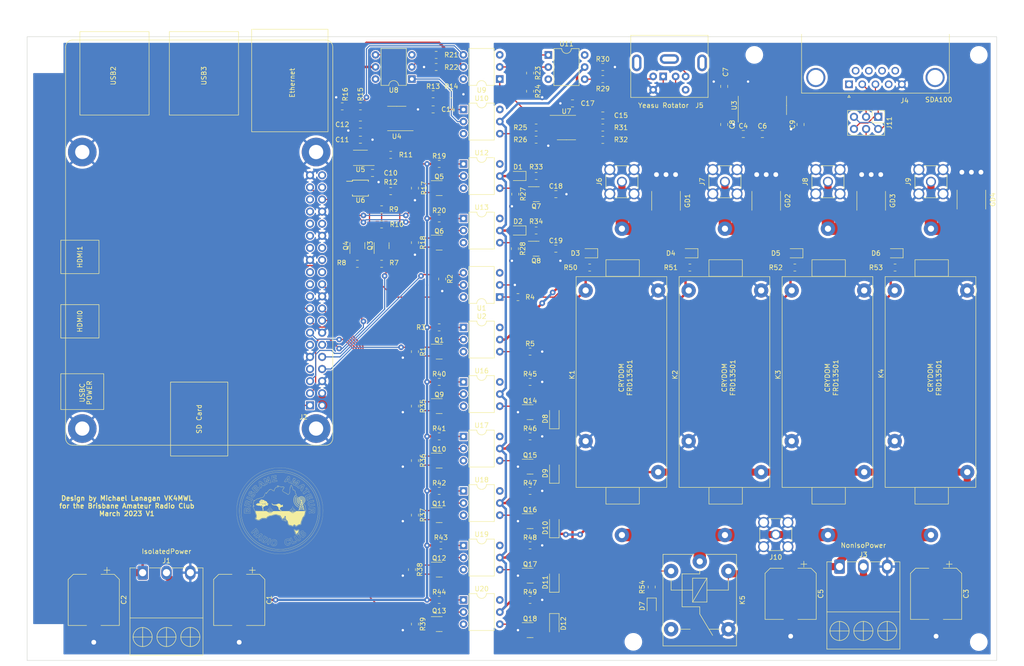
<source format=kicad_pcb>
(kicad_pcb (version 20221018) (generator pcbnew)
  (layers (0 "F.Cu" signal) (31 "B.Cu" signal) (34 "B.Paste" user) (35 "F.Paste" user) (36 "B.SilkS" user "B.Silkscreen") (37 "F.SilkS" user "F.Silkscreen") (38 "B.Mask" user) (39 "F.Mask" user) (44 "Edge.Cuts" user))
  (net 0 "")
  (net 1 "5V_ISO")
  (net 2 "GND_ISO")
  (net 3 "12V_ISO")
  (net 4 "5V_Non_ISO")
  (net 5 "GND_NonISO")
  (net 6 "Net-(U3-C1+)")
  (net 7 "Net-(U3-C1-)")
  (net 8 "12V_NonISO")
  (net 9 "Net-(U3-C2+)")
  (net 10 "Net-(U3-C2-)")
  (net 11 "Net-(U3-VS+)")
  (net 12 "Net-(U3-VS-)")
  (net 13 "Net-(U4A--)")
  (net 14 "Net-(C14-Pad2)")
  (net 15 "Net-(U7B--)")
  (net 16 "Net-(C15-Pad2)")
  (net 17 "/CW")
  (net 18 "/CCW")
  (net 19 "Net-(D1-K)")
  (net 20 "Net-(D2-K)")
  (net 21 "Net-(D3-K)")
  (net 22 "Net-(D4-K)")
  (net 23 "Net-(D5-K)")
  (net 24 "Net-(D6-K)")
  (net 25 "Net-(D7-K)")
  (net 26 "Net-(D8-A)")
  (net 28 "/RXD")
  (net 29 "/TXD")
  (net 35 "/TXD_ISO")
  (net 36 "Net-(D9-A)")
  (net 37 "Net-(D10-A)")
  (net 38 "Net-(D11-A)")
  (net 39 "3.3V_ISO")
  (net 40 "/SCL_3_3")
  (net 41 "/SCL_5")
  (net 42 "/SDA_3_3")
  (net 43 "/SDA_5")
  (net 44 "/CW_ISO")
  (net 45 "Net-(D12-A)")
  (net 46 "/CCW_ISO")
  (net 47 "Net-(J6-In)")
  (net 48 "Net-(J7-In)")
  (net 49 "Net-(J8-In)")
  (net 50 "/ANT1")
  (net 51 "Net-(J9-In)")
  (net 52 "/ANT2")
  (net 54 "/ANT3")
  (net 56 "/ANT4")
  (net 57 "/ANT_ISO")
  (net 62 "/RXD_ISO")
  (net 63 "Net-(R3-Pad1)")
  (net 68 "Net-(R13-Pad2)")
  (net 70 "Net-(R15-Pad2)")
  (net 71 "Net-(R19-Pad2)")
  (net 72 "Net-(R20-Pad2)")
  (net 73 "Net-(R21-Pad1)")
  (net 74 "Net-(R21-Pad2)")
  (net 75 "Net-(R23-Pad1)")
  (net 76 "Net-(R23-Pad2)")
  (net 78 "Net-(R25-Pad2)")
  (net 79 "Net-(R29-Pad2)")
  (net 80 "/Azimuth")
  (net 82 "/Speed_AZ")
  (net 83 "Net-(R42-Pad2)")
  (net 84 "Net-(R43-Pad2)")
  (net 85 "Net-(R44-Pad2)")
  (net 87 "Net-(J10-In)")
  (net 88 "Net-(Q1-D)")
  (net 89 "Net-(Q5-D)")
  (net 90 "Net-(Q6-D)")
  (net 91 "Net-(Q7-G)")
  (net 92 "Net-(Q8-G)")
  (net 93 "Net-(Q9-D)")
  (net 94 "Net-(Q10-D)")
  (net 95 "Net-(Q11-D)")
  (net 96 "Net-(Q12-D)")
  (net 97 "Net-(Q13-D)")
  (net 98 "Net-(U10-Pad2)")
  (net 99 "Net-(Q14-G)")
  (net 100 "Net-(Q15-G)")
  (net 101 "Net-(U11-Pad1)")
  (net 102 "Net-(Q16-G)")
  (net 103 "Net-(Q17-G)")
  (net 104 "Net-(Q18-G)")
  (net 105 "Net-(U5-AIN0)")
  (net 106 "Net-(U4B--)")
  (net 107 "Net-(U6-VOUTA)")
  (net 108 "Net-(U4A-+)")
  (net 109 "Net-(U4B-+)")
  (net 110 "Net-(U7A-+)")
  (net 111 "Net-(U7B-+)")
  (net 112 "Net-(U7A--)")
  (net 151 "Net-(R40-Pad2)")
  (net 152 "Net-(R41-Pad2)")
  (net 156 "Net-(J11-Pin_3)")
  (net 157 "Net-(J11-Pin_4)")
  (net 158 "Net-(R4-Pad2)")
  (net 159 "Net-(U3-R1OUT)")
  (net 160 "Net-(U3-T1IN)")
  (footprint "Resistor_SMD:R_0805_2012Metric" (layer "F.Cu") (at 123.825 25.4)
    (fp_text reference "R21")
    (fp_text value "3.9k")
  )
  (footprint "Resistor_SMD:R_0805_2012Metric" (layer "F.Cu") (at 169 137 90)
    (fp_text reference "R54")
    (fp_text value "1k")
  )
  (footprint "Capacitor_SMD:C_0805_2012Metric" (layer "F.Cu") (at 110.49 50.165)
    (fp_text reference "C10")
    (fp_text value "100n")
  )
  (footprint "Resistor_SMD:R_0805_2012Metric" (layer "F.Cu") (at 118.755 133.35 -90)
    (fp_text reference "R38")
    (fp_text value "8.2k")
  )
  (footprint "Resistor_SMD:R_0805_2012Metric" (layer "F.Cu") (at 127 33.655)
    (fp_text reference "R14")
    (fp_text value "220")
  )
  (footprint "LanaganV2:SMA_Amphenol_901-144_Vertical_Lge" (layer "F.Cu") (at 205.935 52 90)
    (fp_text reference "J8")
    (fp_text value "ANT3")
  )
  (footprint "Resistor_SMD:R_0805_2012Metric" (layer "F.Cu") (at 112.395 60.96 180)
    (fp_text reference "R10")
    (fp_text value "2.2k")
  )
  (footprint "Resistor_SMD:R_0805_2012Metric" (layer "F.Cu") (at 144.78 43.18)
    (fp_text reference "R26")
    (fp_text value "0")
  )
  (footprint "Capacitor_SMD:CP_Elec_10x10.5" (layer "F.Cu") (at 52.07 139.7 -90)
    (fp_text reference "C2")
    (fp_text value "220u")
  )
  (footprint "Resistor_SMD:R_0805_2012Metric" (layer "F.Cu") (at 124.46 116.84)
    (fp_text reference "R42")
    (fp_text value "220")
  )
  (footprint "Resistor_SMD:R_0805_2012Metric" (layer "F.Cu") (at 119.38 110.49 -90)
    (fp_text reference "R36")
    (fp_text value "8.2k")
  )
  (footprint "Resistor_SMD:R_0805_2012Metric" (layer "F.Cu") (at 143.51 93.98)
    (fp_text reference "R45")
    (fp_text value "8.2k")
  )
  (footprint "Resistor_SMD:R_0805_2012Metric" (layer "F.Cu") (at 112.395 69.215)
    (fp_text reference "R7")
    (fp_text value "2.2k")
  )
  (footprint "Package_TO_SOT_SMD:SOT-23" (layer "F.Cu") (at 124.46 99.06)
    (fp_text reference "Q9")
    (fp_text value "2N7002E")
  )
  (footprint "Package_DIP:DIP-6_W7.62mm" (layer "F.Cu") (at 129.54 105.425)
    (fp_text reference "U17")
    (fp_text value "MOC8112")
  )
  (footprint "LanaganV2:SMA_Amphenol_901-144_Vertical_Lge" (layer "F.Cu") (at 195 126 180)
    (fp_text reference "J10")
    (fp_text value "Transmitter")
  )
  (footprint "Resistor_SMD:R_0805_2012Metric" (layer "F.Cu") (at 107.95 36.195 180)
    (fp_text reference "R15")
    (fp_text value "5.6k")
  )
  (footprint "Resistor_SMD:R_0805_2012Metric" (layer "F.Cu") (at 143.51 128.27)
    (fp_text reference "R48")
    (fp_text value "8.2k")
  )
  (footprint "LanaganV2:Raspberry Pi 4B" (layer "F.Cu") (at 46.16 107.27 90)
    (fp_text reference "J2")
    (fp_text value "Raspberry_Pi4")
  )
  (footprint "Package_SO:SOP-16_3.9x9.9mm_P1.27mm" (layer "F.Cu") (at 192.193249 36 90)
    (fp_text reference "U3")
    (fp_text value "MAX232")
  )
  (footprint "Resistor_SMD:R_0805_2012Metric" (layer "F.Cu") (at 119.38 64.77 -90)
    (fp_text reference "R18")
    (fp_text value "8.2k")
  )
  (footprint "LED_SMD:LED_0805_2012Metric" (layer "F.Cu") (at 140.97 62.23 180)
    (fp_text reference "D2")
    (fp_text value "LED")
  )
  (footprint "Package_TO_SOT_SMD:SOT-23" (layer "F.Cu") (at 143.51 134.62)
    (fp_text reference "Q17")
    (fp_text value "2N7002E")
  )
  (footprint "Resistor_SMD:R_0805_2012Metric" (layer "F.Cu") (at 112.395 57.785 180)
    (fp_text reference "R9")
    (fp_text value "2.2k")
  )
  (footprint "MountingHole:MountingHole_3.2mm_M3" (layer "F.Cu") (at 190.5 25.4)
    (fp_text reference "REF**" hide)
    (fp_text value "MountingHole_3.2mm_M3")
  )
  (footprint "LanaganV2:Relay_Crydom_FRD13501" (layer "F.Cu") (at 174.745 116.105 90)
    (fp_text reference "K2")
    (fp_text value "FRD13501")
  )
  (footprint "Package_TO_SOT_SMD:SOT-23" (layer "F.Cu") (at 143.51 123.19)
    (fp_text reference "Q16")
    (fp_text value "2N7002E")
  )
  (footprint "Package_TO_SOT_SMD:SOT-23" (layer "F.Cu") (at 124.46 64.77)
    (fp_text reference "Q6")
    (fp_text value "2N7002E")
  )
  (footprint "MountingHole:MountingHole_3.2mm_M3" (layer "F.Cu") (at 165.15 148.5)
    (fp_text reference "REF**" hide)
    (fp_text value "MountingHole_3.2mm_M3")
  )
  (footprint "Resistor_SMD:R_0805_2012Metric" (layer "F.Cu") (at 140.4075 54.61 -90)
    (fp_text reference "R27")
    (fp_text value "8.2k")
  )
  (footprint "Resistor_SMD:R_0805_2012Metric" (layer "F.Cu") (at 114.3 53.975)
    (fp_text reference "R12")
    (fp_text value "8.2k")
  )
  (footprint "Capacitor_SMD:C_0805_2012Metric" (layer "F.Cu") (at 188.193249 41.99)
    (fp_text reference "C4")
    (fp_text value "1u")
  )
  (footprint "LanaganV2:Relay_Crydom_FRD13501" (layer "F.Cu") (at 196.335 116.105 90)
    (fp_text reference "K3")
    (fp_text value "FRD13501")
  )
  (footprint "Diode_SMD:D_SOD-123F" (layer "F.Cu") (at 148.59 113.03 90)
    (fp_text reference "D9")
    (fp_text value "D")
  )
  (footprint "Diode_SMD:D_SOD-123F" (layer "F.Cu") (at 148.59 135.89 90)
    (fp_text reference "D11")
    (fp_text value "D")
  )
  (footprint "Package_SO:VSSOP-10_3x3mm_P0.5mm" (layer "F.Cu") (at 107.95 46.99 180)
    (fp_text reference "U5")
    (fp_text value "ADS1015IDGS")
  )
  (footprint "Diode_SMD:D_SOD-123F" (layer "F.Cu") (at 148.59 101.6 90)
    (fp_text reference "D8")
    (fp_text value "D")
  )
  (footprint "Capacitor_SMD:C_0805_2012Metric" (layer "F.Cu") (at 148.91 66.04)
    (fp_text reference "C19")
    (fp_text value "10n")
  )
  (footprint "LED_SMD:LED_0805_2012Metric" (layer "F.Cu") (at 140.97 50.8 180)
    (fp_text reference "D1")
    (fp_text value "LED")
  )
  (footprint "Resistor_SMD:R_0805_2012Metric" (layer "F.Cu") (at 143.51 29.21 -90)
    (fp_text reference "R23")
    (fp_text value "3.9k")
  )
  (footprint "Resistor_SMD:R_0805_2012Metric" (layer "F.Cu") (at 158.75 27.94)
    (fp_text reference "R30")
    (fp_text value "220")
  )
  (footprint "Resistor_SMD:R_0805_2012Metric" (layer "F.Cu") (at 140.97 76.2 180)
    (fp_text reference "R4")
    (fp_text value "220")
  )
  (footprint "LED_SMD:LED_0805_2012Metric" (layer "F.Cu") (at 177 67 180)
    (fp_text reference "D4")
    (fp_text value "LED")
  )
  (footprint "LED_SMD:LED_0805_2012Metric" (layer "F.Cu") (at 169 141 -90)
    (fp_text reference "D7")
    (fp_text value "LED")
  )
  (footprint "Capacitor_SMD:C_0805_2012Metric" (layer "F.Cu") (at 148.91 54.61)
    (fp_text reference "C18")
    (fp_text value "10n")
  )
  (footprint "Capacitor_SMD:C_0805_2012Metric" (layer "F.Cu") (at 158.75 38.1 180)
    (fp_text reference "C15")
    (fp_text value "10n")
  )
  (footprint "Resistor_SMD:R_0805_2012Metric" (layer "F.Cu") (at 119.38 53.34 -90)
    (fp_text reference "R17")
    (fp_text value "8.2k")
  )
  (footprint "Package_TO_SOT_SMD:SOT-23" (layer "F.Cu") (at 124.46 53.34)
    (fp_text reference "Q5")
    (fp_text value "2N7002E")
  )
  (footprint "Capacitor_SMD:C_0805_2012Metric" (layer "F.Cu") (at 184.193249 40 -90)
    (fp_text reference "C8")
    (fp_text value "1u")
  )
  (footprint "LanaganV2:SMA_Amphenol_901-144_Vertical_Lge" (layer "F.Cu") (at 227.525 52 90)
    (fp_text reference "J9")
    (fp_text value "ANT4")
  )
  (footprint "Resistor_SMD:R_0805_2012Metric" (layer "F.Cu") (at 123.19 33.655)
    (fp_text reference "R13")
    (fp_text value "8.2k")
  )
  (footprint "Resistor_SMD:R_0805_2012Metric" (layer "F.Cu") (at 123.825 27.94 180)
    (fp_text reference "R22")
    (fp_text value "0")
  )
  (footprint "Package_SO:MSOP-10_3x3mm_P0.5mm" (layer "F.Cu") (at 107.95 53.34)
    (fp_text reference "U6")
    (fp_text value "MCP4728")
  )
  (footprint "Resistor_SMD:R_0805_2012Metric" (layer "F.Cu") (at 104.14 36.195 180)
    (fp_text reference "R16")
    (fp_text value "1.5k")
  )
  (footprint "Relay_THT:Relay_SPDT_Finder_36.11" (layer "F.Cu") (at 179.07 131.65 -90)
    (fp_text reference "K5")
    (fp_text value "J107F1CS1212VDC.36")
  )
  (footprint "Resistor_SMD:R_0805_2012Metric" (layer "F.Cu") (at 199 70 180)
    (fp_text reference "R52")
    (fp_text value "1k")
  )
  (footprint "Capacitor_SMD:C_0805_2012Metric" (layer "F.Cu") (at 184.193249 32 90)
    (fp_text reference "C7")
    (fp_text value "100n")
  )
  (footprint "Resistor_SMD:R_0805_2012Metric" (layer "F.Cu") (at 119.38 99.06 -90)
    (fp_text reference "R35")
    (fp_text value "8.2k")
  )
  (footprint "LanaganV2:Relay_Crydom_FRD13501" (layer "F.Cu") (at 153.155 116.105 90)
    (fp_text reference "K1")
    (fp_text value "FRD13501")
  )
  (footprint "Package_TO_SOT_SMD:SOT-23" (layer "F.Cu") (at 143.51 146.05)
    (fp_text reference "Q18")
    (fp_text value "2N7002E")
  )
  (footprint "Package_TO_SOT_SMD:SOT-23" (layer "F.Cu") (at 124.46 87.63)
    (fp_text reference "Q1")
    (fp_text value "2N7002E")
  )
  (footprint "MountingHole:MountingHole_3.2mm_M3" (layer "F.Cu") (at 237.55 148.55)
    (fp_text reference "REF**" hide)
    (fp_text value "MountingHole_3.2mm_M3")
  )
  (footprint "Resistor_SMD:R_0805_2012Metric" (layer "F.Cu") (at 143.51 139.7)
    (fp_text reference "R49")
    (fp_text value "8.2k")
  )
  (footprint "Resistor_SMD:R_0805_2012Metric" (layer "F.Cu") (at 124.46 59.69)
    (fp_text reference "R20")
    (fp_text value "220")
  )
  (footprint "Package_DIP:DIP-6_W7.62mm" (layer "F.Cu") (at 129.55 82.565)
    (fp_text reference "U2")
    (fp_text value "MOC8112")
  )
  (footprint "Package_DIP:DIP-6_W7.62mm" (layer "F.Cu") (at 137.15 30.465 180)
    (fp_text reference "U9")
    (fp_text value "MOC8112")
  )
  (footprint "Resistor_SMD:R_0805_2012Metric" (layer "F.Cu") (at 144.78 50.8)
    (fp_text reference "R33")
    (fp_text value "1k")
  )
  (footprint "Resistor_SMD:R_0805_2012Metric" (layer "F.Cu") (at 124.8175 128.27)
    (fp_text reference "R43")
    (fp_text value "220")
  )
  (footprint "Resistor_SMD:R_0805_2012Metric" (layer "F.Cu") (at 119.38 87.63 -90)
    (fp_text reference "R1")
    (fp_text value "8.2k")
  )
  (footprint "Package_DIP:DIP-6_W7.62mm" (layer "F.Cu") (at 129.55 59.705)
    (fp_text reference "U13")
    (fp_text value "MOC8112")
  )
  (footprint "Resistor_SMD:R_0805_2012Metric" (layer "F.Cu") (at 119.38 121.92 -90)
    (fp_text reference "R37")
    (fp_text value "8.2k")
  )
  (footprint "Package_TO_SOT_SMD:SOT-23" (layer "F.Cu") (at 124.46 144.78)
    (fp_text reference "Q13")
    (fp_text value "2N7002E")
  )
  (footprint "Resistor_SMD:R_0805_2012Metric" (layer "F.Cu") (at 143.51 33.02 -90)
    (fp_text reference "R24")
    (fp_text value "0")
  )
  (footprint "Package_DIP:DIP-6_W7.62mm" (layer "F.Cu") (at 129.55 116.855)
    (fp_text reference "U18")
    (fp_text value "MOC8112")
  )
  (footprint "Resistor_SMD:R_0805_2012Metric" (layer "F.Cu") (at 144.78 40.64 180)
    (fp_text reference "R25")
    (fp_text value "10k")
  )
  (footprint "Capacitor_SMD:C_0805_2012Metric" (layer "F.Cu") (at 107.95 43.18)
    (fp_text reference "C11")
    (fp_text value "100n")
  )
  (footprint "Resistor_SMD:R_0805_2012Metric" (layer "F.Cu") (at 143.51 116.84)
    (fp_text reference "R47")
    (fp_text value "8.2k")
  )
  (footprint "LanaganV2:ScrewTermConnector 1x3" (layer "F.Cu") (at 208.36 132.72)
    (fp_text reference "J3")
    (fp_text value "NonIsoPower")
  )
  (footprint "LED_SMD:LED_0805_2012Metric" (layer "F.Cu") (at 199 67 180)
    (fp_text reference "D5")
    (fp_text value "LED")
  )
  (footprint "MountingHole:MountingHole_3.2mm_M3" (layer "F.Cu") (at 41.95 148.55)
    (fp_text reference "REF**" hide)
    (fp_text value "MountingHole_3.2mm_M3")
  )
  (footprint "Package_DIP:DIP-6_W7.62mm" (layer "F.Cu") (at 147.33 25.415)
    (fp_text reference "U11")
    (fp_text value "MOC8112")
  )
  (footprint "Capacitor_SMD:CP_Elec_10x10.5" (layer "F.Cu") (at 228.6 138.43 -90)
    (fp_text reference "C3")
    (fp_text value "220u")
  )
  (footprint "LanaganV2:GDT Bourns 2053" (layer "F.Cu") (at 215 56 -90)
    (fp_text reference "GD3")
    (fp_text value "GDT_2Pin")
  )
  (footprint "LED_SMD:LED_0805_2012Metric" (layer "F.Cu") (at 156 67 180)
    (fp_text reference "D3")
    (fp_text value "LED")
  )
  (footprint "LanaganV2:Connector_Mini-DIN_Female_6Pin_2rows" (layer "F.Cu") (at 171.41 29.915 180)
    (fp_text reference "J5")
    (fp_text value "Yeasu Rotator")
  )
  (footprint "Resistor_SMD:R_0805_2012Metric" (layer "F.Cu") (at 177 70 180)
    (fp_text reference "R51")
    (fp_text value "1k")
  )
  (footprint "Resistor_SMD:R_0805_2012Metric" (layer "F.Cu") (at 144.78 62.23)
    (fp_text reference "R34")
    (fp_text value "1k")
  )
  (footprint "Resistor_SMD:R_0805_2012Metric" (layer "F.Cu") (at 124.46 105.41)
    (fp_text reference "R41")
    (fp_text value "220")
  )
  (footprint "Resistor_SMD:R_0805_2012Metric" (layer "F.Cu") (at 158.75 30.48)
    (fp_text reference "R29")
    (fp_text value "8.2k")
  )
  (footprint "LanaganV2:ScrewTermConnector 1x3" (layer "F.Cu") (at 62.31 133.99)
    (fp_text reference "J1")
    (fp_text value "IsolatedPower")
  )
  (footprint "Package_TO_SOT_SMD:SOT-23" (layer "F.Cu") (at 112.395 65.405 90)
    (fp_text reference "Q3")
    (fp_text value "2N7002E")
  )
  (footprint "LanaganV2:BARCLogo" (layer "F.Cu") (at 91 121)
    (fp_text reference "G***" hide)
    (fp_text value "LOGO" hide)
  )
  (footprint "Resistor_SMD:R_0805_2012Metric" (layer "F.Cu") (at 124.46 48.26)
    (fp_text reference "R19")
    (fp_text value "220")
  )
  (footprint "Package_TO_SOT_SMD:SOT-23" (layer "F.Cu") (at 124.46 121.92)
    (fp_text reference "Q11")
    (fp_text value "2N7002E")
  )
  (footprint "Resistor_SMD:R_0805_2012Metric" (layer "F.Cu") (at 114.3 46.355)
    (fp_text reference "R11")
    (fp_text value "8.2k")
  )
  (footprint "Capacitor_SMD:CP_Elec_10x10.5" (layer "F.Cu") (at 82.55 139.7 -90)
    (fp_text reference "C1")
    (fp_text value "220u")
  )
  (footprint "Resistor_SMD:R_0805_2012Metric" (layer "F.Cu") (at 143.51 105.41)
    (fp_text reference "R46")
    (fp_text value "8.2k")
  )
  (footprint "Connector_Dsub:DSUB-9_Female_Horizontal_P2.77x2.84mm_EdgePinOffset7.70mm_Housed_MountingHolesOffset9.12mm" (layer "F.Cu") (at 210.35 31.560331 180)
    (fp_text reference "J4")
    (fp_text value "SDA100")
  )
  (footprint "Capacitor_SMD:C_0805_2012Metric" (layer "F.Cu") (at 200.193249 40 90)
    (fp_text reference "C9")
    (fp_text value "1u")
  )
  (footprint "LanaganV2:GDT Bourns 2053" (layer "F.Cu") (at 193 56 -90)
    (fp_text reference "GD2")
    (fp_text value "GDT_2Pin")
  )
  (footprint "Resistor_SMD:R_0805_2012Metric" (layer "F.Cu") (at 143.51 87.63)
    (fp_text reference "R5")
    (fp_text value "220")
  )
  (footprint "Resistor_SMD:R_0805_2012Metric" (layer "F.Cu") (at 124.46 139.7)
    (fp_text reference "R44")
    (fp_text value "220")
  )
  (footprint "Package_DIP:DIP-6_W7.62mm" (layer "F.Cu") (at 129.55 93.995)
    (fp_text reference "U16")
    (fp_text value "MOC8112")
  )
  (footprint "Resistor_SMD:R_0805_2012Metric" (layer "F.Cu") (at 107.315 69.215)
    (fp_text reference "R8")
    (fp_text value "2.2k")
  )
  (footprint "Package_TO_SOT_SMD:SOT-23" (layer "F.Cu") (at 143.51 111.76)
    (fp_text reference "Q15")
    (fp_text value "2N7002E")
  )
  (footprint "Diode_SMD:D_SOD-123F" (layer "F.Cu") (at 148.59 144.78 -90)
    (fp_text reference "D12")
    (fp_text value "D")
  )
  (footprint "Package_DIP:DIP-6_W7.62mm" (layer "F.Cu") (at 137.15 76.185 180)
    (fp_text reference "U1")
    (fp_text value "MOC8112")
  )
  (footprint "MountingHole:MountingHole_3.2mm_M3" (layer "F.Cu") (at 237.55 25.4)
    (fp_text reference "REF**" hide)
    (fp_text value "MountingHole_3.2mm_M3")
  )
  (footprint "Package_DIP:DIP-6_W7.62mm" (layer "F.Cu") (at 129.55 128.285)
    (fp_text reference "U19")
    (fp_text value "MOC8112")
  )
  (footprint "Resistor_SMD:R_0805_2012Metric" (layer "F.Cu") (at 124.46 93.98)
    (fp_text reference "R40")
    (fp_text value "220")
  )
  (footprint "Diode_SMD:D_SOD-123F" (layer "F.Cu") (at 148.59 124.46 90)
    (fp_text reference "D10")
    (fp_text value "D")
  )
  (footprint "Capacitor_SMD:C_0805_2012Metric" (layer "F.Cu") (at 107.95 40.005 180)
    (fp_text reference "C12")
    (fp_text value "100n")
  )
  (footprint "Package_DIP:DIP-6_W7.62mm" (layer "F.Cu") (at 118.735 30.465 180)
    (fp_text reference "U8")
    (fp_text value "MOC8112")
  )
  (footprint "Package_SO:SOIC-8_3.9x4.9mm_P1.27mm" (layer "F.Cu") (at 115.57 38.735 180)
    (fp_text reference "U4")
    (fp_text value "LM358")
  )
  (footprint "Capacitor_SMD:C_0805_2012Metric" (layer "F.Cu") (at 192.193249 42)
    (fp_text reference "C6")
    (fp_text value "1u")
  )
  (footprint "Connector_PinHeader_2.54mm:PinHeader_2x03_P2.54mm_Vertical" (layer "F.Cu") (at 216.47 38.39 -90)
    (fp_text reference "J11")
    (fp_text value "RX/TX")
  )
  (footprint "Resistor_SMD:R_0805_2012Metric" (layer "F.Cu") (at 125.095 72.39 -90)
    (fp_text reference "R2")
    (fp_text value "1k")
  )
  (footprint "LED_SMD:LED_0805_2012Metric" (layer "F.Cu") (at 220 67 180)
    (fp_text reference "D6")
    (fp_text value "LED")
  )
  (footprint "Package_TO_SOT_SMD:SOT-23" (layer "F.Cu") (at 107.315 65.405 90)
    (fp_text reference "Q4")
    (fp_text value "2N7002E")
  )
  (footprint "Package_DIP:DIP-6_W7.62mm" (layer "F.Cu") (at 129.55 36.845)
    (fp_text reference "U10")
    (fp_text value "MOC8112")
  )
  (footprint "Resistor_SMD:R_0805_2012Metric" (layer "F.Cu") (at 158.75 40.64)
    (fp_text reference "R31")
    (fp_text value "8.2k")
  )
  (footprint "Capacitor_SMD:C_0805_2012Metric" (layer "F.Cu") (at 123.19 36.83)
    (fp_text reference "C14")
    (fp_text value "10n")
  )
  (footprint "LanaganV2:SMA_Amphenol_901-144_Vertical_Lge" (layer "F.Cu") (at 184.345 52 90)
    (fp_text reference "J7")
    (fp_text value "ANT2")
  )
  (footprint "Package_TO_SOT_SMD:SOT-23" (layer "F.Cu") (at 144.81 54.61)
    (fp_text reference "Q7")
    (fp_text value "2N7002E")
  )
  (footprint "Capacitor_SMD:C_0805_2012Metric" (layer "F.Cu") (at 152.4 35.56 180)
    (fp_text reference "C17")
    (fp_text value "100n")
  )
  (footprint "Package_DIP:DIP-6_W7.62mm" (layer "F.Cu") (at 129.55 48.275)
    (fp_text reference "U12")
    (fp_text value "MOC8112")
  )
  (footprint "Package_TO_SOT_SMD:SOT-23" (layer "F.Cu") (at 143.51 100.33)
    (fp_text reference "Q14")
    (fp_text value "2N7002E")
  )
  (footprint "Package_TO_SOT_SMD:SOT-23" (layer "F.Cu") (at 144.78 66.04)
    (fp_text reference "Q8")
    (fp_text value "2N7002E")
  )
  (footprint "Package_DIP:DIP-6_W7.62mm" (layer "F.Cu") (at 129.55 139.715)
    (fp_text reference "U20")
    (fp_text value "MOC8112")
  )
  (footprint "LanaganV2:GDT Bourns 2053" (layer "F.Cu") (at 172 56 -90)
    (fp_text reference "GD1")
    (fp_text value "GDT_2Pin")
  )
  (footprint "Resistor_SMD:R_0805_2012Metric" (layer "F.Cu") (at 158.75 43.22)
    (fp_text reference "R32")
    (fp_text value "8.2k")
  )
  (footprint "Resistor_SMD:R_0805_2012Metric" (layer "F.Cu") (at 156 70 180)
    (fp_text reference "R50")
    (fp_text value "1k")
  )
  (footprint "Package_TO_SOT_SMD:SOT-23" (layer "F.Cu") (at 124.46 133.35)
    (fp_text reference "Q12")
    (fp_text value "2N7002E")
  )
  (footprint "LanaganV2:GDT Bourns 2053" (layer "F.Cu") (at 236 55.75 -90)
    (fp_text reference "GD4")
    (fp_text value "GDT_2Pin")
  )
  (footprint "Resistor_SMD:R_0805_2012Metric" (layer "F.Cu") (at 220 70 180)
    (fp_text reference "R53")
    (fp_text value "1k")
  )
  (footprint "Package_SO:SOIC-8_3.9x4.9mm_P1.27mm" (layer "F.Cu") (at 151.13 40.64)
    (fp_text reference "U7")
    (fp_text value "LM358")
  )
  (footprint "MountingHole:MountingHole_3.2mm_M3" (layer "F.Cu") (at 41.9 25.35)
    (fp_text reference "REF**" hide)
    (fp_text value "MountingHole_3.2mm_M3")
  )
  (footprint "Capacitor_SMD:CP_Elec_10x10.5" (layer "F.Cu") (at 198.12 138.43 -90)
    (fp_text reference "C5")
    (fp_text value "220u")
  )
  (footprint "LanaganV2:Relay_Crydom_FRD13501" (layer "F.Cu") (at 217.925 116.105 90)
    (fp_text reference "K4")
    (fp_text value "FRD13501")
  )
  (footprint "Resistor_SMD:R_0805_2012Metric" (layer "F.Cu") (at 140.325 66.04 -90)
    (fp_text reference "R28")
    (fp_text value "8.2k")
  )
  (footprint "Package_TO_SOT_SMD:SOT-23" (layer "F.Cu") (at 124.46 110.49)
    (fp_text reference "Q10")
    (fp_text value "2N7002E")
  )
  (footprint "Resistor_SMD:R_0805_2012Metric" (layer "F.Cu") (at 119.38 144.78 -90)
    (fp_text reference "R39")
    (fp_text value "8.2k")
  )
  (footprint "Resistor_SMD:R_0805_2012Metric" (layer "F.Cu") (at 124.46 82.55 180)
    (fp_text reference "R3")
    (fp_text value "220")
  )
  (footprint "LanaganV2:SMA_Amphenol_901-144_Vertical_Lge" (layer "F.Cu") (at 162.755 52 90)
    (fp_text reference "J6")
    (fp_text value "ANT1")
  )
  (gr_line (start 38.1825 21.59) (end 241.3 21.59) (stroke (width 0.1)) (layer "Edge.Cuts"))
  (gr_line (start 38.1825 21.59) (end 38.1 21.59) (stroke (width 0.1)) (layer "Edge.Cuts"))
  (gr_line (start 38.1 152.4) (end 38.1 21.59) (stroke (width 0.1)) (layer "Edge.Cuts"))
  (gr_line (start 38.1 152.4) (end 241.3 152.4) (stroke (width 0.1)) (layer "Edge.Cuts"))
  (gr_line (start 241.3 21.59) (end 241.3 152.4) (stroke (width 0.1)) (layer "Edge.Cuts"))
  (gr_text "Design by Michael Lanagan VK4MWL\nfor the Brisbane Amateur Radio Club\nMarch 2023 V1" (at 59 120) (layer "F.SilkS") (effects (font (size 1 1) (thickness 0.2))))
  (segment (start 98.18 135.5) (end 104.14 129.54) (width 1.5) (layer "F.Cu") (net 1))
  (segment (start 123.5475 59.69) (end 121.92 59.69) (width 0.5) (layer "F.Cu") (net 1))
  (segment (start 109.22 50.165) (end 108.585 50.8) (width 0.25) (layer "F.Cu") (net 1))
  (segment (start 113.3075 57.785) (end 114.935 57.785) (width 0.25) (layer "F.Cu") (net 1))
  (segment (start 115.57 60.96) (end 113.3075 60.96) (width 0.25) (layer "F.Cu") (net 1))
  (segment (start 117.29 49.715) (end 118.745 48.26) (width 0.25) (layer "F.Cu") (net 1))
  (segment (start 123.5475 48.26) (end 121.92 48.26) (width 0.5) (layer "F.Cu") (net 1))
  (segment (start 123.5475 93.98) (end 121.92 93.98) (width 0.5) (layer "F.Cu") (net 1))
  (segment (start 102.71 98.9) (end 99.93 98.9) (width 1.5) (layer "F.Cu") (net 1))
  (segment (start 117.29 54.16) (end 117.29 49.715) (width 0.25) (layer "F.Cu") (net 1))
  (segment (start 67.31 134.62) (end 71.12 138.43) (width 1.5) (layer "F.Cu") (net 1))
  (segment (start 67.31 133.99) (end 67.31 134.62) (width 1.5) (layer "F.Cu") (net 1))
  (segment (start 123.5475 116.84) (end 121.92 116.84) (width 0.5) (layer "F.Cu") (net 1))
  (segment (start 99.93 96.36) (end 99.93 98.9) (width 1.5) (layer "F.Cu") (net 1))
  (segment (start 109.54 50.165) (end 109.22 50.165) (width 0.25) (layer "F.Cu") (net 1))
  (segment (start 79.62 138.43) (end 82.55 135.5) (width 1.5) (layer "F.Cu") (net 1))
  (segment (start 90.17 139.7) (end 86.75 139.7) (width 0.5) (layer "F.Cu") (net 1))
  (segment (start 104.14 129.54) (end 104.14 100.33) (width 1.5) (layer "F.Cu") (net 1))
  (segment (start 123.5475 139.7) (end 121.92 139.7) (width 0.5) (layer "F.Cu") (net 1))
  (segment (start 104.14 46.355) (end 104.14 44.45) (width 0.25) (layer "F.Cu") (net 1))
  (segment (start 114.935 57.785) (end 115.57 57.15) (width 0.25) (layer "F.Cu") (net 1))
  (segment (start 106.68 46.99) (end 109.54 49.85) (width 0.25) (layer "F.Cu") (net 1))
  (segment (start 105.75 46.99) (end 106.68 46.99) (width 0.25) (layer "F.Cu") (net 1))
  (segment (start 109.54 49.85) (end 109.54 50.165) (width 0.25) (layer "F.Cu") (net 1))
  (segment (start 116.205 55.245) (end 117.29 54.16) (width 0.25) (layer "F.Cu") (net 1))
  (segment (start 109.22 55.245) (end 116.205 55.245) (width 0.25) (layer "F.Cu") (net 1))
  (segment (start 123.5475 82.55) (end 121.92 82.55) (width 0.5) (layer "F.Cu") (net 1))
  (segment (start 107.045 52.34) (end 108.585 50.8) (width 0.25) (layer "F.Cu") (net 1))
  (segment (start 105.75 52.34) (end 107.045 52.34) (width 0.25) (layer "F.Cu") (net 1))
  (segment (start 123.905 128.27) (end 121.92 128.27) (width 0.5) (layer "F.Cu") (net 1))
  (segment (start 86.75 139.7) (end 82.55 135.5) (width 0.5) (layer "F.Cu") (net 1))
  (segment (start 104.775 46.99) (end 104.14 46.355) (width 0.25) (layer "F.Cu") (net 1))
  (segment (start 118.745 48.26) (end 121.92 48.26) (width 0.25) (layer "F.Cu") (net 1))
  (segment (start 116.205 55.245) (end 116.205 60.325) (width 0.25) (layer "F.Cu") (net 1))
  (segment (start 115.57 57.15) (end 116.205 56.515) (width 0.25) (layer "F.Cu") (net 1))
  (segment (start 108.585 50.8) (end 108.585 54.61) (width 0.25) (layer "F.Cu") (net 1))
  (segment (start 116.205 60.325) (end 115.57 60.96) (width 0.25) (layer "F.Cu") (net 1))
  (segment (start 104.14 100.33) (end 102.71 98.9) (width 1.5) (layer "F.Cu") (net 1))
  (segment (start 105.75 46.99) (end 104.775 46.99) (width 0.25) (layer "F.Cu") (net 1))
  (segment (start 82.55 135.5) (end 98.18 135.5) (width 1.5) (layer "F.Cu") (net 1))
  (segment (start 71.12 138.43) (end 79.62 138.43) (width 1.5) (layer "F.Cu") (net 1))
  (segment (start 108.585 54.61) (end 109.22 55.245) (width 0.25) (layer "F.Cu") (net 1))
  (segment (start 123.5475 105.41) (end 121.92 105.41) (width 0.5) (layer "F.Cu") (net 1))
  (segment (start 116.205 56.515) (end 116.205 55.245) (width 0.25) (layer "F.Cu") (net 1))
  (segment (start 104.14 44.45) (end 105.41 43.18) (width 0.25) (layer "F.Cu") (net 1))
  (segment (start 105.41 43.18) (end 107 43.18) (width 0.25) (layer "F.Cu") (net 1))
  (via (at 121.92 59.69) (size 1.2) (drill 0.5) (layers "F.Cu" "B.Cu") (net 1))
  (via (at 121.92 82.55) (size 1.2) (drill 0.5) (layers "F.Cu" "B.Cu") (net 1))
  (via (at 121.92 105.41) (size 1.2) (drill 0.5) (layers "F.Cu" "B.Cu") (net 1))
  (via (at 121.92 128.27) (size 1.2) (drill 0.5) (layers "F.Cu" "B.Cu") (net 1))
  (via (at 121.92 93.98) (size 1.2) (drill 0.5) (layers "F.Cu" "B.Cu") (net 1))
  (via (at 90.17 139.7) (size 1.2) (drill 0.5) (layers "F.Cu" "B.Cu") (net 1))
  (via (at 121.92 139.7) (size 1.2) (drill 0.5) (layers "F.Cu" "B.Cu") (net 1))
  (via (at 121.92 48.26) (size 1.2) (drill 0.5) (layers "F.Cu" "B.Cu") (net 1))
  (via (at 121.92 116.84) (size 1.2) (drill 0.5) (layers "F.Cu" "B.Cu") (net 1))
  (segment (start 121.92 139.7) (end 90.17 139.7) (width 0.5) (layer "B.Cu") (net 1))
  (segment (start 121.92 59.69) (end 121.92 73.66) (width 0.5) (layer "B.Cu") (net 1))
  (segment (start 121.92 139.7) (end 121.92 128.27) (width 0.5) (layer "B.Cu") (net 1))
  (segment (start 121.92 116.84) (end 121.92 128.27) (width 0.5) (layer "B.Cu") (net 1))
  (segment (start 121.92 93.98) (end 121.92 105.41) (width 0.5) (layer "B.Cu") (net 1))
  (segment (start 121.92 48.26) (end 121.92 59.69) (width 0.5) (layer "B.Cu") (net 1))
  (segment (start 121.92 82.55) (end 121.92 93.98) (width 0.5) (layer "B.Cu") (net 1))
  (segment (start 121.92 73.66) (end 121.92 82.55) (width 0.5) (layer "B.Cu") (net 1))
  (segment (start 121.92 105.41) (end 121.92 116.84) (width 0.5) (layer "B.Cu") (net 1))
  (segment (start 123.485 88.5425) (end 123.5225 88.58) (width 0.25) (layer "F.Cu") (net 2))
  (segment (start 111.44 51.75) (end 111.76 52.07) (width 0.25) (layer "F.Cu") (net 2))
  (segment (start 119.38 88.5425) (end 117.1975 88.5425) (width 0.25) (layer "F.Cu") (net 2))
  (segment (start 108.9 43.18) (end 110.49 43.18) (width 0.25) (layer "F.Cu") (net 2))
  (segment (start 119.4175 145.73) (end 119.38 145.6925) (width 0.25) (layer "F.Cu") (net 2))
  (segment (start 119.38 145.6925) (end 117.1975 145.6925) (width 0.25) (layer "F.Cu") (net 2))
  (segment (start 123.5225 111.44) (end 119.4175 111.44) (width 0.25) (layer "F.Cu") (net 2))
  (segment (start 108.45 46.49) (end 108.585 46.355) (width 0.25) (layer "F.Cu") (net 2))
  (segment (start 108.45 47.080685) (end 108.45 46.49) (width 0.25) (layer "F.Cu") (net 2))
  (segment (start 119.4175 111.44) (end 119.38 111.4025) (width 0.25) (layer "F.Cu") (net 2))
  (segment (start 119.38 122.8325) (end 117.1975 122.8325) (width 0.25) (layer "F.Cu") (net 2))
  (segment (start 110.15 46.99) (end 109.22 46.99) (width 0.25) (layer "F.Cu") (net 2))
  (segment (start 103.2275 34.6475) (end 102.87 34.29) (width 0.25) (layer "F.Cu") (net 2))
  (segment (start 110.49 45.65) (end 110.49 43.18) (width 0.25) (layer "F.Cu") (net 2))
  (segment (start 119.38 54.2525) (end 119.38 55.88) (width 0.25) (layer "F.Cu") (net 2))
  (segment (start 123.5225 122.87) (end 119.4175 122.87) (width 0.25) (layer "F.Cu") (net 2))
  (segment (start 117.1975 88.5425) (end 116.84 88.9) (width 0.25) (layer "F.Cu") (net 2))
  (segment (start 52.07 143.9) (end 52.07 148.59) (width 1.5) (layer "F.Cu") (net 2))
  (segment (start 105.75 45.99) (end 106.815 45.99) (width 0.25) (layer "F.Cu") (net 2))
  (segment (start 108.72 46.49) (end 108.45 46.49) (width 0.25) (layer "F.Cu") (net 2))
  (segment (start 109.22 46.99) (end 108.72 46.49) (width 0.25) (layer "F.Cu") (net 2))
  (segment (start 106.68 40.005) (end 105.41 41.275) (width 0.25) (layer "F.Cu") (net 2))
  (segment (start 123.5225 134.3) (end 118.7925 134.3) (width 0.25) (layer "F.Cu") (net 2))
  (segment (start 119.4175 65.72) (end 119.38 65.6825) (width 0.25) (layer "F.Cu") (net 2))
  (segment (start 117.1975 99.9725) (end 116.84 100.33) (width 0.25) (layer "F.Cu") (net 2))
  (segment (start 106.815 45.99) (end 107.315 46.49) (width 0.25) (layer "F.Cu") (net 2))
  (segment (start 108.95 45.99) (end 110.15 45.99) (width 0.25) (layer "F.Cu") (net 2))
  (segment (start 118.7925 134.3) (end 118.755 134.2625) (width 0.25) (layer "F.Cu") (net 2))
  (segment (start 117.1975 134.2625) (end 116.84 134.62) (width 0.25) (layer "F.Cu") (net 2))
  (segment (start 123.485 54.2525) (end 123.5225 54.29) (width 0.25) (layer "F.Cu") (net 2))
  (segment (start 119.38 99.9725) (end 117.1975 99.9725) (width 0.25) (layer "F.Cu") (net 2))
  (segment (start 123.5225 65.72) (end 119.4175 65.72) (width 0.25) (layer "F.Cu") (net 2))
  (segment (start 119.4175 122.87) (end 119.38 122.8325) (width 0.25) (layer "F.Cu") (net 2))
  (segment (start 117.1975 111.4025) (end 116.84 111.76) (width 0.25) (layer "F.Cu") (net 2))
  (segment (start 109.359315 47.99) (end 108.45 47.080685) (width 0.25) (layer "F.Cu") (net 2))
  (segment (start 125.095 73.3025) (end 125.095 74.93) (width 0.25) (layer "F.Cu") (net 2))
  (segment (start 119.4175 100.01) (end 119.38 99.9725) (width 0.25) (layer "F.Cu") (net 2))
  (segment (start 110.15 47.99) (end 109.359315 47.99) (width 0.25) (layer "F.Cu") (net 2))
  (segment (start 119.38 54.2525) (end 123.485 54.2525) (width 0.25) (layer "F.Cu") (net 2))
  (segment (start 110.15 45.99) (end 110.49 45.65) (width 0.25) (layer "F.Cu") (net 2))
  (segment (start 111.49 52.34) (end 111.76 52.07) (width 0.25) (layer "F.Cu") (net 2))
  (segment (start 127.9125 33.655) (end 129.54 33.655) (width 0.25) (layer "F.Cu") (net 2))
  (segment (start 103.2275 36.195) (end 103.2275 34.6475) (width 0.25) (layer "F.Cu") (net 2))
  (segment (start 82.55 143.9) (end 82.55 148.59) (width 1.5) (layer "F.Cu") (net 2))
  (segment (start 122.9125 27.94) (end 121.285 27.94) (width 0.25) (layer "F.Cu") (net 2))
  (segment (start 123.5225 145.73) (end 119.4175 145.73) (width 0.25) (layer "F.Cu") (net 2))
  (segment (start 118.755 134.2625) (end 117.1975 134.2625) (width 0.25) (layer "F.Cu") (net 2))
  (segment (start 107 40.005) (end 106.68 40.005) (width 0.25) (layer "F.Cu") (net 2))
  (segment (start 117.1975 122.8325) (end 116.84 123.19) (width 0.25) (layer "F.Cu") (net 2))
  (segment (start 123.5225 100.01) (end 119.4175 100.01) (width 0.25) (layer "F.Cu") (net 2))
  (segment (start 119.38 88.5425) (end 123.485 88.5425) (width 0.25) (layer "F.Cu") (net 2))
  (segment (start 105.75 46.49) (end 107.315 46.49) (width 0.25) (layer "F.Cu") (net 2))
  (segment (start 107.315 46.49) (end 108.45 46.49) (width 0.25) (layer "F.Cu") (net 2))
  (segment (start 111.44 50.165) (end 111.44 51.75) (width 0.25) (layer "F.Cu") (net 2))
  (segment (start 117.1975 145.6925) (end 116.84 146.05) (width 0.25) (layer "F.Cu") (net 2))
  (segment (start 110.15 52.34) (end 111.49 52.34) (width 0.25) (layer "F.Cu") (net 2))
  (segment (start 119.38 65.6825) (end 119.38 67.31) (width 0.25) (layer "F.Cu") (net 2))
  (segment (start 118.045 36.83) (end 120.015 36.83) (width 0.25) (layer "F.Cu") (net 2))
  (segment (start 119.38 111.4025) (end 117.1975 111.4025) (width 0.25) (layer "F.Cu") (net 2))
  (segment (start 108.585 46.355) (end 108.95 45.99) (width 0.25) (layer "F.Cu") (net 2))
  (via (at 111.76 52.07) (size 1.2) (drill 0.5) (layers "F.Cu" "B.Cu") (net 2))
  (via (at 119.38 67.31) (size 1.2) (drill 0.5) (layers "F.Cu" "B.Cu") (net 2))
  (via (at 116.84 134.62) (size 1.2) (drill 0.5) (layers "F.Cu" "B.Cu") (net 2))
  (via (at 119.38 55.88) (size 1.2) (drill 0.5) (layers "F.Cu" "B.Cu") (net 2))
  (via (at 116.84 111.76) (size 1.2) (drill 0.5) (layers "F.Cu" "B.Cu") (net 2))
  (via (at 102.87 34.29) (size 1.2) (drill 0.5) (layers "F.Cu" "B.Cu") (net 2))
  (via (at 52.07 148.59) (size 2) (drill 1) (layers "F.Cu" "B.Cu") (net 2))
  (via (at 116.84 146.05) (size 1.2) (drill 0.5) (layers "F.Cu" "B.Cu") (net 2))
  (via (at 116.84 88.9) (size 1.2) (drill 0.5) (layers "F.Cu" "B.Cu") (net 2))
  (via (at 121.285 27.94) (size 1.2) (drill 0.5) (layers "F.Cu" "B.Cu") (net 2))
  (via (at 110.49 43.18) (size 1.2) (drill 0.5) (layers "F.Cu" "B.Cu") (net 2))
  (via (at 116.84 123.19) (size 1.2) (drill 0.5) (layers "F.Cu" "B.Cu") (net 2))
  (via (at 116.84 100.33) (size 1.2) (drill 0.5) (layers "F.Cu" "B.Cu") (net 2))
  (via (at 120.015 36.83) (size 1.2) (drill 0.5) (layers "F.Cu" "B.Cu") (net 2))
  (via (at 105.41 41.275) (size 1.2) (drill 0.5) (layers "F.Cu" "B.Cu") (net 2))
  (via (at 125.095 74.93) (size 1.2) (drill 0.5) (layers "F.Cu" "B.Cu") (net 2))
  (via (at 129.54 33.655) (size 1.2) (drill 0.5) (layers "F.Cu" "B.Cu") (net 2))
  (via (at 82.55 148.59) (size 2) (drill 1) (layers "F.Cu" "B.Cu") (net 2))
  (segment (start 53.58 133.99) (end 52.07 135.5) (width 1.5) (layer "F.Cu") (net 3))
  (segment (start 124.465 22.86) (end 109.22 22.86) (width 0.5) (layer "F.Cu") (net 3))
  (segment (start 109.22 22.86) (end 104.14 27.94) (width 0.5) (layer "F.Cu") (net 3))
  (segment (start 108.9 39.05) (end 107.95 38.1) (width 0.5) (layer "F.Cu") (net 3))
  (segment (start 99.79 38.1) (end 97.79 40.1) (width 0.5) (layer "F.Cu") (net 3))
  (segment (start 99.79 32.29) (end 100.965 31.115) (width 0.5) (layer "F.Cu") (net 3))
  (segment (start 99.79 38.1) (end 99.79 32.29) (width 0.5) (layer "F.Cu") (net 3))
  (segment (start 97.79 40.1) (end 67.85 40.1) (width 0.5) (layer "F.Cu") (net 3))
  (segment (start 107.95 38.1) (end 99.79 38.1) (width 0.5) (layer "F.Cu") (net 3))
  (segment (start 104.155 27.925) (end 104.14 27.94) (width 0.5) (layer "F.Cu") (net 3))
  (segment (start 104.14 27.94) (end 100.965 31.115) (width 0.5) (layer "F.Cu") (net 3))
  (segment (start 67.85 40.1) (end 62.31 45.64) (width 0.5) (layer "F.Cu") (net 3))
  (segment (start 62.31 133.99) (end 53.58 133.99) (width 1.5) (layer "F.Cu") (net 3))
  (segment (start 129.53 27.925) (end 124.465 22.86) (width 0.5) (layer "F.Cu") (net 3))
  (segment (start 110.49 40.005) (end 108.9 40.005) (width 0.5) (layer "F.Cu") (net 3))
  (segment (start 111.115 27.925) (end 104.155 27.925) (width 0.5) (layer "F.Cu") (net 3))
  (segment (start 108.9 40.005) (end 108.9 39.05) (width 0.5) (layer "F.Cu") (net 3))
  (segment (start 62.31 45.64) (end 62.31 133.99) (width 0.5) (layer "F.Cu") (net 3))
  (segment (start 111.125 40.64) (end 110.49 40.005) (width 0.5) (layer "F.Cu") (net 3))
  (segment (start 113.095 40.64) (end 111.125 40.64) (width 0.5) (layer "F.Cu") (net 3))
  (segment (start 176 36.025) (end 179.075 32.95) (width 0.5) (layer "F.Cu") (net 4))
  (segment (start 224 27) (end 224 34) (width 0.5) (layer "F.Cu") (net 4))
  (segment (start 179.075 32.95) (end 184.193249 32.95) (width 0.5) (layer "F.Cu") (net 4))
  (segment (start 151.375 72.145) (end 151.375 58.988172) (width 0.5) (layer "F.Cu") (net 4))
  (segment (start 197.05 29.95) (end 201 26) (width 0.5) (layer "F.Cu") (net 4))
  (segment (start 224 96) (end 239 111) (width 0.5) (layer "F.Cu") (net 4))
  (segment (start 161.424568 46.025) (end 163.025 44.424568) (width 0.5) (layer "F.Cu") (net 4))
  (segment (start 234.77 134.23) (end 228.6 134.23) (width 0.5) (layer "F.Cu") (net 4))
  (segment (start 155.448171 46.025) (end 161.424568 46.025) (width 0.5) (layer "F.Cu") (net 4))
  (segment (start 213.36 134.62) (end 217.17 138.43) (width 1.5) (layer "F.Cu") (net 4))
  (segment (start 148.253529 75.229029) (end 148.290971 75.229029) (width 0.5) (layer "F.Cu") (net 4))
  (segment (start 184.193249 32.95) (end 187.198249 32.95) (width 0.5) (layer "F.Cu") (net 4))
  (segment (start 239 130) (end 234.77 134.23) (width 0.5) (layer "F.Cu") (net 4))
  (segment (start 213.36 132.72) (end 213.36 134.62) (width 1.5) (layer "F.Cu") (net 4))
  (segment (start 224 66) (end 224 96) (width 0.5) (layer "F.Cu") (net 4))
  (segment (start 222 36) (end 222 64) (width 0.5) (layer "F.Cu") (net 4))
  (segment (start 138.415 85.105) (end 146.05 77.47) (width 0.5) (layer "F.Cu") (net 4))
  (segment (start 163.788172 36.025) (end 176 36.025) (width 0.5) (layer "F.Cu") (net 4))
  (segment (start 163.025 36.788172) (end 163.788172 36.025) (width 0.5) (layer "F.Cu") (net 4))
  (segment (start 201 26) (end 223 26) (width 0.5) (layer "F.Cu") (net 4))
  (segment (start 239 111) (end 239 130) (width 0.5) (layer "F.Cu") (net 4))
  (segment (start 187.748249 33.5) (end 187.748249 30.747334) (width 0.5) (layer "F.Cu") (net 4))
  (segment (start 163.025 44.424568) (end 163.025 36.788172) (width 0.5) (layer "F.Cu") (net 4))
  (segment (start 224 34) (end 222 36) (width 0.5) (layer "F.Cu") (net 4))
  (segment (start 188.545583 29.95) (end 197.05 29.95) (width 0.5) (layer "F.Cu") (net 4))
  (segment (start 152.975 57.388172) (end 152.975 48.498171) (width 0.5) (layer "F.Cu") (net 4))
  (segment (start 223 26) (end 224 27) (width 0.5) (layer "F.Cu") (net 4))
  (segment (start 217.17 138.43) (end 224.4 138.43) (width 1.5) (layer "F.Cu") (net 4))
  (segment (start 137.17 85.105) (end 138.415 85.105) (width 0.5) (layer "F.Cu") (net 4))
  (segment (start 152.975 48.498171) (end 155.448171 46.025) (width 0.5) (layer "F.Cu") (net 4))
  (segment (start 148.290971 75.229029) (end 151.375 72.145) (width 0.5) (layer "F.Cu") (net 4))
  (segment (start 151.375 58.988172) (end 152.975 57.388172) (width 0.5) (layer "F.Cu") (net 4))
  (segment (start 224.4 138.43) (end 228.6 134.23) (width 1.5) (layer "F.Cu") (net 4))
  (segment (start 187.748249 30.747334) (end 188.545583 29.95) (width 0.5) (layer "F.Cu") (net 4))
  (segment (start 222 64) (end 224 66) (width 0.5) (layer "F.Cu") (net 4))
  (segment (start 187.198249 32.95) (end 187.748249 33.5) (width 0.5) (layer "F.Cu") (net 4))
  (via (at 146.05 77.47) (size 1.2) (drill 0.5) (layers "F.Cu" "B.Cu") (net 4))
  (via (at 148.253529 75.229029) (size 1.2) (drill 0.5) (layers "F.Cu" "B.Cu") (net 4))
  (segment (start 146.05 77.432558) (end 146.05 77.47) (width 0.5) (layer "B.Cu") (net 4))
  (segment (start 148.253529 75.229029) (end 146.05 77.432558) (width 0.5) (layer "B.Cu") (net 4))
  (segment (start 141.92 124.14) (end 140.97 123.19) (width 0.5) (layer "F.Cu") (net 5))
  (segment (start 143.51 33.9325) (end 145.6925 33.9325) (width 0.25) (layer "F.Cu") (net 5))
  (segment (start 146.05 43.18) (end 147.32 44.45) (width 0.25) (layer "F.Cu") (net 5))
  (segment (start 191 50.5) (end 195 50.5) (width 3.2) (layer "F.Cu") (net 5))
  (segment (start 144.4225 116.84) (end 146.05 116.84) (width 0.25) (layer "F.Cu") (net 5))
  (segment (start 137.15 73.645) (end 140.32 73.645) (width 0.25) (layer "F.Cu") (net 5))
  (segment (start 184.193249 31.05) (end 184.143249 31) (width 0.25) (layer "F.Cu") (net 5))
  (segment (start 149.86 54.61) (end 151.13 54.61) (width 0.5) (layer "F.Cu") (net 5))
  (segment (start 193 50.5) (end 193 54.25) (width 1.5) (layer "F.Cu") (net 5))
  (segment (start 189.018249 33.5) (end 189.018249 31.175) (width 0.25) (layer "F.Cu") (net 5))
  (segment (start 142.5725 124.14) (end 141.92 124.14) (width 0.5) (layer "F.Cu") (net 5))
  (segment (start 141.92 112.71) (end 140.97 111.76) (width 0.5) (layer "F.Cu") (net 5))
  (segment (start 151.45 35.56) (end 149.86 35.56) (width 0.25) (layer "F.Cu") (net 5))
  (segment (start 145.6925 33.9325) (end 146.05 34.29) (width 0.25) (layer "F.Cu") (net 5))
  (segment (start 145.6925 43.18) (end 146.3275 42.545) (width 0.25) (layer "F.Cu") (net 5))
  (segment (start 141.92 101.28) (end 140.97 100.33) (width 0.5) (layer "F.Cu") (net 5))
  (segment (start 144.4225 93.98) (end 146.05 93.98) (width 0.25) (layer "F.Cu") (net 5))
  (segment (start 141.92 135.57) (end 140.97 134.62) (width 0.25) (layer "F.Cu") (net 5))
  (segment (start 184.143249 31) (end 182 31) (width 0.25) (layer "F.Cu") (net 5))
  (segment (start 200.193249 40.95) (end 198.243249 40.95) (width 0.25) (layer "F.Cu") (net 5))
  (segment (start 140.3625 66.99) (end 140.325 66.9525) (width 0.25) (layer "F.Cu") (net 5))
  (segment (start 185.243249 40.95) (end 186.193249 40) (width 0.25) (layer "F.Cu") (net 5))
  (segment (start 143.8425 66.99) (end 140.3625 66.99) (width 0.25) (layer "F.Cu") (net 5))
  (segment (start 170 50.5) (end 172 50.5) (width 3.2) (layer "F.Cu") (net 5))
  (segment (start 142.5725 101.28) (end 141.92 101.28) (width 0.5) (layer "F.Cu") (net 5))
  (segment (start 142.5725 147) (end 141.92 147) (width 0.5) (layer "F.Cu") (net 5))
  (segment (start 159.6625 27.94) (end 161.29 27.94) (width 0.25) (layer "F.Cu") (net 5))
  (segment (start 172 50.5) (end 172 54.25) (width 1.5) (layer "F.Cu") (net 5))
  (segment (start 149.86 66.04) (end 149.86 68.58) (width 0.5) (layer "F.Cu") (net 5))
  (segment (start 198.12 142.63) (end 198.12 147.32) (width 1.5) (layer "F.Cu") (net 5))
  (segment (start 198.243249 40.95) (end 198.193249 41) (width 0.25) (layer "F.Cu") (net 5))
  (segment (start 141.92 147) (end 140.97 146.05) (width 0.5) (layer "F.Cu") (net 5))
  (segment (start 146.3275 42.545) (end 148.655 42.545) (width 0.25) (layer "F.Cu") (net 5))
  (segment (start 139.7 67.5775) (end 139.7 68.58) (width 0.25) (layer "F.Cu") (net 5))
  (segment (start 236 50) (end 236 54) (width 1.5) (layer "F.Cu") (net 5))
  (segment (start 140.325 66.9525) (end 139.7 67.5775) (width 0.25) (layer "F.Cu") (net 5))
  (segment (start 215 50.5) (end 215 54.25) (width 1.5) (layer "F.Cu") (net 5))
  (segment (start 144.4225 87.63) (end 146.05 87.63) (width 0.25) (layer "F.Cu") (net 5))
  (segment (start 234 50) (end 238 50) (width 3.2) (layer "F.Cu") (net 5))
  (segment (start 144.4225 128.27) (end 146.05 128.27) (width 0.25) (layer "F.Cu") (net 5))
  (segment (start 142.5725 135.57) (end 141.92 135.57) (width 0.25) (layer "F.Cu") (net 5))
  (segment (start 140.4075 55.5225) (end 140.4075 56.4425) (width 0.25) (layer "F.Cu") (net 5))
  (segment (start 228.6 142.63) (end 228.6 147.32) (width 1.5) (layer "F.Cu") (net 5))
  (segment (start 213 50.5) (end 217 50.5) (width 3.2) (layer "F.Cu") (net 5))
  (segment (start 144.4225 139.7) (end 146.05 139.7) (width 0.25) (layer "F.Cu") (net 5))
  (segment (start 184.193249 40.95) (end 185.243249 40.95) (width 0.25) (layer "F.Cu") (net 5))
  (segment (start 174 50.5) (end 172 50.5) (width 3.2) (layer "F.Cu") (net 5))
  (segment (start 189.018249 31.175) (end 189.193249 31) (width 0.25) (layer "F.Cu") (net 5))
  (segment (start 140.4075 56.4425) (end 139.7 57.15) (width 0.25) (layer "F.Cu") (net 5))
  (segment (start 142.5725 112.71) (end 141.92 112.71) (width 0.5) (layer "F.Cu") (net 5))
  (segment (start 140.445 55.56) (end 140.4075 55.5225) (width 0.25) (layer "F.Cu") (net 5))
  (segment (start 189.143249 31.05) (end 189.193249 31) (width 0.25) (layer "F.Cu") (net 5))
  (segment (start 145.6925 43.18) (end 146.05 43.18) (width 0.25) (layer "F.Cu") (net 5))
  (segment (start 143.8725 55.56) (end 140.445 55.56) (width 0.25) (layer "F.Cu") (net 5))
  (segment (start 144.4225 105.41) (end 146.05 105.41) (width 0.25) (layer "F.Cu") (net 5))
  (via (at 215 50.5) (size 2) (drill 1) (layers "F.Cu" "B.Cu") (net 5))
  (via (at 172 50.5) (size 2) (drill 1) (layers "F.Cu" "B.Cu") (net 5))
  (via (at 149.86 35.56) (size 1.2) (drill 0.5) (layers "F.Cu" "B.Cu") (net 5))
  (via (at 147.32 44.45) (size 1.2) (drill 0.5) (layers "F.Cu" "B.Cu") (net 5))
  (via (at 146.05 116.84) (size 1.2) (drill 0.5) (layers "F.Cu" "B.Cu") (net 5))
  (via (at 174 50.5) (size 2) (drill 1) (layers "F.Cu" "B.Cu") (net 5))
  (via (at 238 50) (size 2) (drill 1) (layers "F.Cu" "B.Cu") (net 5))
  (via (at 191 50.5) (size 2) (drill 1) (layers "F.Cu" "B.Cu") (net 5))
  (via (at 213 50.5) (size 2) (drill 1) (layers "F.Cu" "B.Cu") (net 5))
  (via (at 146.05 87.63) (size 1.2) (drill 0.5) (layers "F.Cu" "B.Cu") (net 5))
  (via (at 146.05 139.7) (size 1.2) (drill 0.5) (layers "F.Cu" "B.Cu") (net 5))
  (via (at 139.7 57.15) (size 1.2) (drill 0.5) (layers "F.Cu" "B.Cu") (net 5))
  (via (at 189.193249 31) (size 1.2) (drill 0.5) (layers "F.Cu" "B.Cu") (net 5))
  (via (at 234 50) (size 2) (drill 1) (layers "F.Cu" "B.Cu") (net 5))
  (via (at 186.193249 40) (size 1.2) (drill 0.5) (layers "F.Cu" "B.Cu") (net 5))
  (via (at 140.97 134.62) (size 1.2) (drill 0.5) (layers "F.Cu" "B.Cu") (net 5))
  (via (at 195 50.5) (size 2) (drill 1) (layers "F.Cu" "B.Cu") (net 5))
  (via (at 198.193249 41) (size 1.2) (drill 0.5) (layers "F.Cu" "B.Cu") (net 5))
  (via (at 193 50.5) (size 2) (drill 1) (layers "F.Cu" "B.Cu") (net 5))
  (via (at 149.86 68.58) (size 1.2) (drill 0.5) (layers "F.Cu" "B.Cu") (net 5))
  (via (at 140.32 73.645) (size 1.2) (drill 0.5) (layers "F.Cu" "B.Cu") (net 5))
  (via (at 217 50.5) (size 2) (drill 1) (layers "F.Cu" "B.Cu") (net 5))
  (via (at 140.97 111.76) (size 1.2) (drill 0.5) (layers "F.Cu" "B.Cu") (net 5))
  (via (at 236 50) (size 2) (drill 1) (layers "F.Cu" "B.Cu") (net 5))
  (via (at 146.05 93.98) (size 1.2) (drill 0.5) (layers "F.Cu" "B.Cu") (net 5))
  (via (at 140.97 146.05) (size 1.2) (drill 0.5) (layers "F.Cu" "B.Cu") (net 5))
  (via (at 139.7 68.58) (size 1.2) (drill 0.5) (layers "F.Cu" "B.Cu") (net 5))
  (via (at 161.29 27.94) (size 1.2) (drill 0.5) (layers "F.Cu" "B.Cu") (net 5))
  (via (at 140.97 100.33) (size 1.2) (drill 0.5) (layers "F.Cu" "B.Cu") (net 5))
  (via (at 170 50.5) (size 2) (drill 1) (layers "F.Cu" "B.Cu") (net 5))
  (via (at 146.05 34.29) (size 1.2) (drill 0.5) (layers "F.Cu" "B.Cu") (net 5))
  (via (at 182 31) (size 1.2) (drill 0.5) (layers "F.Cu" "B.Cu") (net 5))
  (via (at 228.6 147.32) (size 2) (drill 1) (layers "F.Cu" "B.Cu") (net 5))
  (via (at 198.12 147.32) (size 2) (drill 1) (layers "F.Cu" "B.Cu") (net 5))
  (via (at 151.13 54.61) (size 1.2) (drill 0.5) (layers "F.Cu" "B.Cu") (net 5))
  (via (at 146.05 128.27) (size 1.2) (drill 0.5) (layers "F.Cu" "B.Cu") (net 5))
  (via (at 146.05 105.41) (size 1.2) (drill 0.5) (layers "F.Cu" "B.Cu") (net 5))
  (via (at 140.97 123.19) (size 1.2) (drill 0.5) (layers "F.Cu" "B.Cu") (net 5))
  (segment (start 187.748249 40.495) (end 187.748249 38.5) (width 0.25) (layer "F.Cu") (net 6))
  (segment (start 187.243249 41) (end 187.748249 40.495) (width 0.25) (layer "F.Cu") (net 6))
  (segment (start 187.243249 41.99) (end 187.243249 41) (width 0.25) (layer "F.Cu") (net 6))
  (segment (start 190.288249 39.875) (end 190.288249 38.5) (width 0.25) (layer "F.Cu") (net 7))
  (segment (start 189.143249 41.02) (end 190.288249 39.875) (width 0.25) (layer "F.Cu") (net 7))
  (segment (start 189.143249 41.99) (end 189.143249 41.02) (width 0.25) (layer "F.Cu") (net 7))
  (segment (start 198.12 134.23) (end 185.65 134.23) (width 1.5) (layer "F.Cu") (net 8))
  (segment (start 138.415 119.395) (end 139.7 118.11) (width 0.5) (layer "F.Cu") (net 8))
  (segment (start 223 112.905) (end 213.535 112.905) (width 1.5) (layer "F.Cu") (net 8))
  (segment (start 153.35 29.555) (end 153.35 35.56) (width 0.5) (layer "F.Cu") (net 8))
  (segment (start 140.84 103) (end 148.59 103) (width 0.5) (layer "F.Cu") (net 8))
  (segment (start 137.17 119.395) (end 138.415 119.395) (width 0.5) (layer "F.Cu") (net 8))
  (segment (start 198.0625 67) (end 198.0625 65.9375) (width 0.5) (layer "F.Cu") (net 8))
  (segment (start 148.59 137.29) (end 148.59 143.38) (width 0.5) (layer "F.Cu") (net 8))
  (segment (start 138.415 130.825) (end 139.7 129.54) (width 0.5) (layer "F.Cu") (net 8))
  (segment (start 138.415 107.965) (end 139.7 106.68) (width 0.5) (layer "F.Cu") (net 8))
  (segment (start 219.0625 65.9375) (end 220 65) (width 0.5) (layer "F.Cu") (net 8))
  (segment (start 208.36 132.72) (end 208.36 131.64) (width 1.5) (layer "F.Cu") (net 8))
  (segment (start 156 65) (end 158 65) (width 0.5) (layer "F.Cu") (net 8))
  (segment (start 153.605 38.735) (end 153.605 35.815) (width 0.5) (layer "F.Cu") (net 8))
  (segment (start 137.16 107.965) (end 138.415 107.965) (width 0.5) (layer "F.Cu") (net 8))
  (segment (start 139.7 129.54) (end 139.7 127) (width 0.5) (layer "F.Cu") (net 8))
  (segment (start 185.07 137.93) (end 185.07 133.65) (width 0.25) (layer "F.Cu") (net 8))
  (segment (start 220 65) (end 222 65) (width 0.5) (layer "F.Cu") (net 8))
  (segment (start 140.0175 50.815) (end 140.0325 50.8) (width 0.5) (layer "F.Cu") (net 8))
  (segment (start 153.605 35.815) (end 153.35 35.56) (width 0.5) (layer "F.Cu") (net 8))
  (segment (start 176.0625 66.0625) (end 176 66) (width 0.5) (layer "F.Cu") (net 8))
  (segment (start 159.095 112.905) (end 170.355 112.905) (width 0.5) (layer "F.Cu") (net 8))
  (segment (start 139.7 127) (end 140.84 125.86) (width 0.5) (layer "F.Cu") (net 8))
  (segment (start 198.0625 65.9375) (end 199 65) (width 0.5) (layer "F.Cu") (net 8))
  (segment (start 137.17 50.815) (end 140.0175 50.815) (width 0.5) (layer "F.Cu") (net 8))
  (segment (start 213.535 112.905) (end 191.945 112.905) (width 1.5) (layer "F.Cu") (net 8))
  (segment (start 155.0625 65.9375) (end 156 65) (width 0.5) (layer "F.Cu") (net 8))
  (segment (start 199 65) (end 201 65) (width 0.5) (layer "F.Cu") (net 8))
  (segment (start 177 65) (end 179 65) (width 0.5) (layer "F.Cu") (net 8))
  (segment (start 222 65) (end 223 66) (width 0.5) (layer "F.Cu") (net 8))
  (segment (start 223 66) (end 223 112.905) (width 0.5) (layer "F.Cu") (net 8))
  (segment (start 140.0175 62.245) (end 140.0325 62.23) (width 0.5) (layer "F.Cu") (net 8))
  (segment (start 137.17 130.825) (end 138.415 130.825) (width 0.5) (layer "F.Cu") (net 8))
  (segment (start 179 65) (end 181 67) (width 0.5) (layer "F.Cu") (net 8))
  (segment (start 139.7 104.14) (end 140.84 103) (width 0.5) (layer "F.Cu") (net 8))
  (segment (start 155.0625 67) (end 155.0625 65.9375) (width 0.5) (layer "F.Cu") (net 8))
  (segment (start 137.17 62.245) (end 140.0175 62.245) (width 0.5) (layer "F.Cu") (net 8))
  (segment (start 235.125 112.905) (end 235.125 127.875) (width 1.5) (layer "F.Cu") (net 8))
  (segment (start 139.7 106.68) (end 139.7 104.14) (width 0.5) (layer "F.Cu") (net 8))
  (segment (start 208.36 131.64) (end 210 130) (width 1.5) (layer "F.Cu") (net 8))
  (segment (start 181 67) (end 198.0625 67) (width 0.5) (layer "F.Cu") (net 8))
  (segment (start 155 125) (end 155 117) (width 0.5) (layer "F.Cu") (net 8))
  (segment (start 199.63 132.72) (end 198.12 134.23) (width 1.5) (layer "F.Cu") (net 8))
  (segment (start 142.135 137.29) (end 137.17 142.255) (width 0.5) (layer "F.Cu") (net 8))
  (segment (start 160 67) (end 176.0625 67) (width 0.5) (layer "F.Cu") (net 8))
  (segment (start 201 65) (end 203 67) (width 0.5) (layer "F.Cu") (net 8))
  (segment (start 141.1 114.43) (end 148.59 114.43) (width 0.5) (layer "F.Cu") (net 8))
  (segment (start 203 67) (end 219.0625 67) (width 0.5) (layer "F.Cu") (net 8))
  (segment (start 176 66) (end 177 65) (width 0.5) (layer "F.Cu") (net 8))
  (segment (start 169 141.9375) (end 181.0625 141.9375) (width 0.25) (layer "F.Cu") (net 8))
  (segment (start 176.0625 67) (end 176.0625 66.0625) (width 0.5) (layer "F.Cu") (net 8))
  (segment (start 158 65) (end 160 67) (width 0.5) (layer "F.Cu") (net 8))
  (segment (start 141.1 114.43) (end 139.7 115.83) (width 0.5) (layer "F.Cu") (net 8))
  (segment (start 148.59 125.86) (end 150.86 125.86) (width 0.5) (layer "F.Cu") (net 8))
  (segment (start 139.7 115.83) (end 139.7 118.11) (width 0.5) (layer "F.Cu") (net 8))
  (segment (start 154 126) (end 155 125) (width 0.5) (layer "F.Cu") (net 8))
  (segment (start 148.59 137.29) (end 142.135 137.29) (width 0.5) (layer "F.Cu") (net 8))
  (segment (start 235.125 112.905) (end 223 112.905) (width 1.5) (layer "F.Cu") (net 8))
  (segment (start 235.125 127.875) (end 233 130) (width 1.5) (layer "F.Cu") (net 8))
  (segment (start 154.95 27.955) (end 153.35 29.555) (width 0.5) (layer "F.Cu") (net 8))
  (segment (start 140.84 125.86) (end 148.59 125.86) (width 0.5) (layer "F.Cu") (net 8))
  (segment (start 150.86 125.86) (end 151 126) (width 0.5) (layer "F.Cu") (net 8))
  (segment (start 181.0625 141.9375) (end 185.07 137.93) (width 0.25) (layer "F.Cu") (net 8))
  (segment (start 210 130) (end 233 130) (width 1.5) (layer "F.Cu") (net 8))
  (segment (start 191.945 112.905) (end 170.355 112.905) (width 1.5) (layer "F.Cu") (net 8))
  (segment (start 185.65 134.23) (end 185.07 133.65) (width 1.5) (layer "F.Cu") (net 8))
  (segment (start 219.0625 67) (end 219.0625 65.9375) (width 0.5) (layer "F.Cu") (net 8))
  (segment (start 155 117) (end 159.095 112.905) (width 0.5) (layer "F.Cu") (net 8))
  (segment (start 208.36 132.72) (end 199.63 132.72) (width 1.5) (layer "F.Cu") (net 8))
  (via (at 151 126) (size 1.2) (drill 0.5) (layers "F.Cu" "B.Cu") (net 8))
  (via (at 154 126) (size 1.2) (drill 0.5) (layers "F.Cu" "B.Cu") (net 8))
  (segment (start 147.345 35.56) (end 154.95 27.955) (width 0.5) (layer "B.Cu") (net 8))
  (segment (start 137.16 107.965) (end 138.415 109.22) (width 0.5) (layer "B.Cu") (net 8))
  (segment (start 138.43 97.79) (end 138.43 106.695) (width 0.5) (layer "B.Cu") (net 8))
  (segment (start 137.17 39.385) (end 139.7 36.855) (width 0.5) (layer "B.Cu") (net 8))
  (segment (start 138.43 109.22) (end 138.43 118.135) (width 0.5) (layer "B.Cu") (net 8))
  (segment (start 138.415 109.22) (end 138.43 109.22) (width 0.25) (layer "B.Cu") (net 8))
  (segment (start 138.43 132.08) (end 138.43 140.995) (width 0.5) (layer "B.Cu") (net 8))
  (segment (start 138.425 52.07) (end 138.43 52.07) (width 0.5) (layer "B.Cu") (net 8))
  (segment (start 139.7 36.855) (end 139.7 36.83) (width 0.5) (layer "B.Cu") (net 8))
  (segment (start 139.7 36.83) (end 140.97 35.56) (width 0.5) (layer "B.Cu") (net 8))
  (segment (start 138.425 97.79) (end 138.43 97.79) (width 0.5) (layer "B.Cu") (net 8))
  (segment (start 138.43 49.555) (end 137.17 50.815) (width 0.5) (layer "B.Cu") (net 8))
  (segment (start 138.425 120.65) (end 138.43 120.65) (width 0.5) (layer "B.Cu") (net 8))
  (segment (start 138.43 120.65) (end 138.43 129.565) (width 0.5) (layer "B.Cu") (net 8))
  (segment (start 138.43 52.07) (end 138.43 60.985) (width 0.5) (layer "B.Cu") (net 8))
  (segment (start 137.17 96.535) (end 138.425 97.79) (width 0.5) (layer "B.Cu") (net 8))
  (segment (start 138.42 63.495) (end 138.42 95.285) (width 0.5) (layer "B.Cu") (net 8))
  (segment (start 138.43 60.985) (end 137.17 62.245) (width 0.5) (layer "B.Cu") (net 8))
  (segment (start 138.43 40.64) (end 138.43 49.555) (width 0.5) (layer "B.Cu") (net 8))
  (segment (start 138.425 40.64) (end 138.43 40.64) (width 0.5) (layer "B.Cu") (net 8))
  (segment (start 138.425 132.08) (end 138.43 132.08) (width 0.5) (layer "B.Cu") (net 8))
  (segment (start 137.17 50.815) (end 138.425 52.07) (width 0.5) (layer "B.Cu") (net 8))
  (segment (start 137.17 130.825) (end 138.425 132.08) (width 0.5) (layer "B.Cu") (net 8))
  (segment (start 138.43 118.135) (end 137.17 119.395) (width 0.5) (layer "B.Cu") (net 8))
  (segment (start 137.17 39.385) (end 138.425 40.64) (width 0.5) (layer "B.Cu") (net 8))
  (segment (start 138.43 106.695) (end 137.16 107.965) (width 0.5) (layer "B.Cu") (net 8))
  (segment (start 137.17 119.395) (end 138.425 120.65) (width 0.5) (layer "B.Cu") (net 8))
  (segment (start 140.97 35.56) (end 147.345 35.56) (width 0.5) (layer "B.Cu") (net 8))
  (segment (start 151 126) (end 154 126) (width 0.5) (layer "B.Cu") (net 8))
  (segment (start 138.43 140.995) (end 137.17 142.255) (width 0.5) (layer "B.Cu") (net 8))
  (segment (start 138.43 129.565) (end 137.17 130.825) (width 0.5) (layer "B.Cu") (net 8))
  (segment (start 137.17 62.245) (end 138.42 63.495) (width 0.5) (layer "B.Cu") (net 8))
  (segment (start 138.42 95.285) (end 137.17 96.535) (width 0.5) (layer "B.Cu") (net 8))
  (segment (start 191.243249 42) (end 191.558249 41.685) (width 0.25) (layer "F.Cu") (net 9))
  (segment (start 191.558249 41.685) (end 191.558249 38.5) (width 0.25) (layer "F.Cu") (net 9))
  (segment (start 193.143249 42) (end 192.828249 41.685) (width 0.25) (layer "F.Cu") (net 10))
  (segment (start 192.828249 41.685) (end 192.828249 38.5) (width 0.25) (layer "F.Cu") (net 10))
  (segment (start 189.018249 37.825) (end 189.018249 38.5) (width 0.25) (layer "F.Cu") (net 11))
  (segment (start 185.193249 37) (end 188.193249 37) (width 0.25) (layer "F.Cu") (net 11))
  (segment (start 184.193249 39.05) (end 184.193249 38) (width 0.25) (layer "F.Cu") (net 11))
  (segment (start 188.193249 37) (end 189.018249 37.825) (width 0.25) (layer "F.Cu") (net 11))
  (segment (start 184.193249 38) (end 185.193249 37) (width 0.25) (layer "F.Cu") (net 11))
  (segment (start 198.193249 36) (end 195.193249 36) (width 0.25) (layer "F.Cu") (net 12))
  (segment (start 200.193249 38) (end 198.193249 36) (width 0.25) (layer "F.Cu") (net 12))
  (segment (start 194.098249 37.095) (end 194.098249 38.5) (width 0.25) (layer "F.Cu") (net 12))
  (segment (start 200.193249 39.05) (end 200.193249 38) (width 0.25) (layer "F.Cu") (net 12))
  (segment (start 195.193249 36) (end 194.098249 37.095) (width 0.25) (layer "F.Cu") (net 12))
  (segment (start 113.015 25.385) (end 115.57 27.94) (width 0.25) (layer "F.Cu") (net 13))
  (segment (start 119.38 39.37) (end 121.92 36.83) (width 0.25) (layer "F.Cu") (net 13))
  (segment (start 122.24 36.83) (end 115.57 30.16) (width 0.25) (layer "F.Cu") (net 13))
  (segment (start 122.24 33.6925) (end 122.2775 33.655) (width 0.25) (layer "F.Cu") (net 13))
  (segment (start 111.115 25.385) (end 113.015 25.385) (width 0.25) (layer "F.Cu") (net 13))
  (segment (start 118.045 39.37) (end 119.38 39.37) (width 0.25) (layer "F.Cu") (net 13))
  (segment (start 115.57 30.16) (end 115.57 27.94) (width 0.25) (layer "F.Cu") (net 13))
  (segment (start 122.24 36.83) (end 122.24 33.6925) (width 0.25) (layer "F.Cu") (net 13))
  (segment (start 121.92 36.83) (end 122.24 36.83) (width 0.25) (layer "F.Cu") (net 13))
  (segment (start 122.87 38.1) (end 124.14 36.83) (width 0.25) (layer "F.Cu") (net 14))
  (segment (start 119.481827 40.64) (end 122.021827 38.1) (width 0.25) (layer "F.Cu") (net 14))
  (segment (start 118.045 40.64) (end 119.481827 40.64) (width 0.25) (layer "F.Cu") (net 14))
  (segment (start 129.55 36.845) (end 124.155 36.845) (width 0.25) (layer "F.Cu") (net 14))
  (segment (start 124.155 36.845) (end 124.14 36.83) (width 0.25) (layer "F.Cu") (net 14))
  (segment (start 122.021827 38.1) (end 122.87 38.1) (width 0.25) (layer "F.Cu") (net 14))
  (segment (start 154.95 30.495) (end 157.8225 30.495) (width 0.25) (layer "F.Cu") (net 15))
  (segment (start 159.7 32.3425) (end 159.7 38.1) (width 0.25) (layer "F.Cu") (net 15))
  (segment (start 157.8375 30.48) (end 159.7 32.3425) (width 0.25) (layer "F.Cu") (net 15))
  (segment (start 155.575 41.275) (end 157.48 39.37) (width 0.25) (layer "F.Cu") (net 15))
  (segment (start 159.7 38.42) (end 159.7 38.1) (width 0.25) (layer "F.Cu") (net 15))
  (segment (start 157.48 39.37) (end 158.75 39.37) (width 0.25) (layer "F.Cu") (net 15))
  (segment (start 157.8225 30.495) (end 157.8375 30.48) (width 0.25) (layer "F.Cu") (net 15))
  (segment (start 158.75 39.37) (end 159.7 38.42) (width 0.25) (layer "F.Cu") (net 15))
  (segment (start 153.605 41.275) (end 155.575 41.275) (width 0.25) (layer "F.Cu") (net 15))
  (segment (start 151.765 40.005) (end 153.605 40.005) (width 0.25) (layer "F.Cu") (net 16))
  (segment (start 151.13 38.1) (end 151.13 39.37) (width 0.25) (layer "F.Cu") (net 16))
  (segment (start 157.48 38.1) (end 155.575 40.005) (width 0.25) (layer "F.Cu") (net 16))
  (segment (start 155.575 40.005) (end 153.605 40.005) (width 0.25) (layer "F.Cu") (net 16))
  (segment (start 142.24 36.83) (end 149.86 36.83) (width 0.25) (layer "F.Cu") (net 16))
  (segment (start 137.15 30.465) (end 137.15 31.74) (width 0.25) (layer "F.Cu") (net 16))
  (segment (start 137.15 31.74) (end 142.24 36.83) (width 0.25) (layer "F.Cu") (net 16))
  (segment (start 157.8 38.1) (end 157.48 38.1) (width 0.25) (layer "F.Cu") (net 16))
  (segment (start 149.86 36.83) (end 151.13 38.1) (width 0.25) (layer "F.Cu") (net 16))
  (segment (start 151.13 39.37) (end 151.765 40.005) (width 0.25) (layer "F.Cu") (net 16))
  (segment (start 151.4925 45) (end 150.7725 45.72) (width 0.25) (layer "F.Cu") (net 17))
  (segment (start 145.6925 50.8) (end 145.6925 54.555) (width 0.5) (layer "F.Cu") (net 17))
  (segment (start 171.41 33.59) (end 170 35) (width 0.25) (layer "F.Cu") (net 17))
  (segment (start 145.6925 54.555) (end 145.7475 54.61) (width 0.5) (layer "F.Cu") (net 17))
  (segment (start 161 45) (end 151.4925 45) (width 0.25) (layer "F.Cu") (net 17))
  (segment (start 147.96 54.61) (end 145.7475 54.61) (width 0.5) (layer "F.Cu") (net 17))
  (segment (start 145.6925 50.8) (end 150.7725 45.72) (width 0.25) (layer "F.Cu") (net 17))
  (segment (start 163 35) (end 162 36) (width 0.25) (layer "F.Cu") (net 17))
  (segment (start 162 36) (end 162 44) (width 0.25) (layer "F.Cu") (net 17))
  (segment (start 171.41 29.915) (end 171.41 33.59) (width 0.25) (layer "F.Cu") (net 17))
  (segment (start 170 35) (end 163 35) (width 0.25) (layer "F.Cu") (net 17))
  (segment (start 162 44) (end 161 45) (width 0.25) (layer "F.Cu") (net 17))
  (segment (start 153.55 45.45) (end 152.4 46.6) (width 0.25) (layer "F.Cu") (net 18))
  (segment (start 152.4 57.15) (end 147.32 62.23) (width 0.25) (layer "F.Cu") (net 18))
  (segment (start 174.01 31.626396) (end 170.186396 35.45) (width 0.25) (layer "F.Cu") (net 18))
  (segment (start 163.55 35.45) (end 162.45 36.55) (width 0.25) (layer "F.Cu") (net 18))
  (segment (start 145.7175 62.255) (end 145.6925 62.23) (width 0.5) (layer "F.Cu") (net 18))
  (segment (start 162.45 36.55) (end 162.45 44.186396) (width 0.25) (layer "F.Cu") (net 18))
  (segment (start 161.186396 45.45) (end 153.55 45.45) (width 0.25) (layer "F.Cu") (net 18))
  (segment (start 147.32 62.23) (end 145.6925 62.23) (width 0.25) (layer "F.Cu") (net 18))
  (segment (start 170.186396 35.45) (end 163.55 35.45) (width 0.25) (layer "F.Cu") (net 18))
  (segment (start 147.96 66.04) (end 145.7175 66.04) (width 0.5) (layer "F.Cu") (net 18))
  (segment (start 174.01 29.915) (end 174.01 31.626396) (width 0.25) (layer "F.Cu") (net 18))
  (segment (start 145.7175 66.04) (end 145.7175 62.255) (width 0.5) (layer "F.Cu") (net 18))
  (segment (start 162.45 44.186396) (end 161.186396 45.45) (width 0.25) (layer "F.Cu") (net 18))
  (segment (start 152.4 46.6) (end 152.4 57.15) (width 0.25) (layer "F.Cu") (net 18))
  (segment (start 141.9075 50.8) (end 143.8675 50.8) (width 0.5) (layer "F.Cu") (net 19))
  (segment (start 143.8675 62.23) (end 141.9075 62.23) (width 0.5) (layer "F.Cu") (net 20))
  (segment (start 156.9125 70) (end 156.9125 67.025) (width 0.5) (layer "F.Cu") (net 21))
  (segment (start 156.9125 67.025) (end 156.9375 67) (width 0.5) (layer "F.Cu") (net 21))
  (segment (start 177.9375 67) (end 177.9375 69.975) (width 0.5) (layer "F.Cu") (net 22))
  (segment (start 177.9375 69.975) (end 177.9125 70) (width 0.5) (layer "F.Cu") (net 22))
  (segment (start 199.9125 67.025) (end 199.9375 67) (width 0.5) (layer "F.Cu") (net 23))
  (segment (start 199.9125 70) (end 199.9125 67.025) (width 0.5) (layer "F.Cu") (net 23))
  (segment (start 220.9125 67.025) (end 220.9375 67) (width 0.5) (layer "F.Cu") (net 24))
  (segment (start 220.9125 70) (end 220.9125 67.025) (width 0.5) (layer "F.Cu") (net 24))
  (segment (start 169 137.9125) (end 169 140.0625) (width 0.25) (layer "F.Cu") (net 25))
  (segment (start 148.46 100.33) (end 148.59 100.2) (width 0.5) (layer "F.Cu") (net 26))
  (segment (start 148.59 81.28) (end 155.065 74.805) (width 0.5) (layer "F.Cu") (net 26))
  (segment (start 155.155 70.0675) (end 155.0875 70) (width 0.5) (layer "F.Cu") (net 26))
  (segment (start 155.065 74.805) (end 155.155 74.805) (width 0.5) (layer "F.Cu") (net 26))
  (segment (start 144.4475 100.33) (end 148.46 100.33) (width 0.5) (layer "F.Cu") (net 26))
  (segment (start 148.59 100.2) (end 148.59 81.28) (width 0.5) (layer "F.Cu") (net 26))
  (segment (start 155.155 74.805) (end 155.155 70.0675) (width 0.5) (layer "F.Cu") (net 26))
  (segment (start 216.47 34.910331) (end 216.47 38.39) (width 0.25) (layer "F.Cu") (net 28))
  (segment (start 216.47 38.39) (end 215.591701 38.39) (width 0.25) (layer "F.Cu") (net 28))
  (segment (start 214.296701 39.685) (end 212.635 39.685) (width 0.25) (layer "F.Cu") (net 28))
  (segment (start 215.591701 38.39) (end 214.296701 39.685) (width 0.25) (layer "F.Cu") (net 28))
  (segment (start 212.635 39.685) (end 211.39 40.93) (width 0.25) (layer "F.Cu") (net 28))
  (segment (start 215.811701 38.4) (end 216.5 38.4) (width 0.25) (layer "F.Cu") (net 28))
  (segment (start 213.12 31.560331) (end 216.47 34.910331) (width 0.25) (layer "F.Cu") (net 28))
  (segment (start 215.89 33.29) (end 215.89 31.560331) (width 0.25) (layer "F.Cu") (net 29))
  (segment (start 217.12 40.93) (end 218.55 39.5) (width 0.25) (layer "F.Cu") (net 29))
  (segment (start 218.55 35.95) (end 215.89 33.29) (width 0.25) (layer "F.Cu") (net 29))
  (segment (start 218.55 39.5) (end 218.55 35.95) (width 0.25) (layer "F.Cu") (net 29))
  (segment (start 216.47 40.93) (end 217.12 40.93) (width 0.25) (layer "F.Cu") (net 29))
  (segment (start 215.105 39.565) (end 216.47 40.93) (width 0.25) (layer "B.Cu") (net 29))
  (segment (start 211.39 38.39) (end 212.565 39.565) (width 0.25) (layer "B.Cu") (net 29))
  (segment (start 212.565 39.565) (end 215.105 39.565) (width 0.25) (layer "B.Cu") (net 29))
  (segment (start 119.38 86.7175) (end 123.485 86.7175) (width 0.25) (layer "F.Cu") (net 35))
  (segment (start 123.485 86.7175) (end 123.5225 86.68) (width 0.25) (layer "F.Cu") (net 35))
  (segment (start 119.38 86.7175) (end 116.4825 86.7175) (width 0.25) (layer "F.Cu") (net 35))
  (via (at 116.4825 86.7175) (size 1.2) (drill 0.5) (layers "F.Cu" "B.Cu") (net 35))
  (segment (start 116.4825 86.7175) (end 106.323896 86.7175) (width 0.25) (layer "B.Cu") (net 35))
  (segment (start 101.761396 91.28) (end 99.93 91.28) (width 0.25) (layer "B.Cu") (net 35))
  (segment (start 106.323896 86.7175) (end 101.761396 91.28) (width 0.25) (layer "B.Cu") (net 35))
  (segment (start 153.38995 78.74) (end 172.81 78.74) (width 0.5) (layer "F.Cu") (net 36))
  (segment (start 151.13 80.99995) (end 153.38995 78.74) (width 0.5) (layer "F.Cu") (net 36))
  (segment (start 144.4475 111.76) (end 148.46 111.76) (width 0.5) (layer "F.Cu") (net 36))
  (segment (start 148.59 111.63) (end 151.13 109.09) (width 0.5) (layer "F.Cu") (net 36))
  (segment (start 176.0875 74.1475) (end 176.745 74.805) (width 0.5) (layer "F.Cu") (net 36))
  (segment (start 151.13 109.09) (end 151.13 80.99995) (width 0.5) (layer "F.Cu") (net 36))
  (segment (start 176.0875 70) (end 176.0875 74.1475) (width 0.5) (layer "F.Cu") (net 36))
  (segment (start 172.81 78.74) (end 176.745 74.805) (width 0.5) (layer "F.Cu") (net 36))
  (segment (start 148.46 111.76) (end 148.59 111.63) (width 0.5) (layer "F.Cu") (net 36))
  (segment (start 198.335 74.805) (end 193.7 79.44) (width 0.5) (layer "F.Cu") (net 37))
  (segment (start 148.46 123.19) (end 148.59 123.06) (width 0.5) (layer "F.Cu") (net 37))
  (segment (start 151.83 119.82) (end 148.59 123.06) (width 0.5) (layer "F.Cu") (net 37))
  (segment (start 198.0875 70) (end 198.0875 74.5575) (width 0.5) (layer "F.Cu") (net 37))
  (segment (start 151.83 81.2899) (end 151.83 119.82) (width 0.5) (layer "F.Cu") (net 37))
  (segment (start 193.7 79.44) (end 153.6799 79.44) (width 0.5) (layer "F.Cu") (net 37))
  (segment (start 153.6799 79.44) (end 151.83 81.2899) (width 0.5) (layer "F.Cu") (net 37))
  (segment (start 144.4475 123.19) (end 148.46 123.19) (width 0.5) (layer "F.Cu") (net 37))
  (segment (start 198.0875 74.5575) (end 198.335 74.805) (width 0.5) (layer "F.Cu") (net 37))
  (segment (start 152.4 120.23995) (end 152.53 120.109949) (width 0.5) (layer "F.Cu") (net 38))
  (segment (start 219.0875 70) (end 219.0875 73.9675) (width 0.5) (layer "F.Cu") (net 38))
  (segment (start 144.4475 134.62) (end 148.46 134.62) (width 0.5) (layer "F.Cu") (net 38))
  (segment (start 214.59 80.14) (end 219.925 74.805) (width 0.5) (layer "F.Cu") (net 38))
  (segment (start 219.0875 73.9675) (end 219.925 74.805) (width 0.5) (layer "F.Cu") (net 38))
  (segment (start 153.96985 80.14) (end 214.59 80.14) (width 0.5) (layer "F.Cu") (net 38))
  (segment (start 148.72 134.49) (end 152.4 130.81) (width 0.5) (layer "F.Cu") (net 38))
  (segment (start 152.53 120.109949) (end 152.53 81.57985) (width 0.5) (layer "F.Cu") (net 38))
  (segment (start 148.59 134.49) (end 148.72 134.49) (width 0.5) (layer "F.Cu") (net 38))
  (segment (start 152.53 81.57985) (end 153.96985 80.14) (width 0.5) (layer "F.Cu") (net 38))
  (segment (start 148.46 134.62) (end 148.59 134.49) (width 0.5) (layer "F.Cu") (net 38))
  (segment (start 152.4 130.81) (end 152.4 120.23995) (width 0.5) (layer "F.Cu") (net 38))
  (segment (start 95.25 78.42) (end 95.41 78.58) (width 0.25) (layer "F.Cu") (net 39))
  (segment (start 128.285 73.645) (end 125.73 76.2) (width 0.25) (layer "F.Cu") (net 39))
  (segment (start 97.39 98.9) (end 94.455 98.9) (width 0.25) (layer "F.Cu") (net 39))
  (segment (start 96.775 69.595) (end 95.25 71.12) (width 0.25) (layer "F.Cu") (net 39))
  (segment (start 107.911751 65.28) (end 106.849251 66.3425) (width 0.25) (layer "F.Cu") (net 39))
  (segment (start 111.4825 72.7475) (end 111.4825 69.215) (width 0.25) (layer "F.Cu") (net 39))
  (segment (start 95.41 78.58) (end 97.39 78.58) (width 0.25) (layer "F.Cu") (net 39))
  (segment (start 125.73 76.2) (end 114.935 76.2) (width 0.25) (layer "F.Cu") (net 39))
  (segment (start 106.4025 69.215) (end 106.0225 69.595) (width 0.25) (layer "F.Cu") (net 39))
  (segment (start 106.849251 66.3425) (end 106.365 66.3425) (width 0.25) (layer "F.Cu") (net 39))
  (segment (start 111.445 69.1775) (end 111.4825 69.215) (width 0.25) (layer "F.Cu") (net 39))
  (segment (start 111.445 66.3425) (end 111.4275 66.3425) (width 0.25) (layer "F.Cu") (net 39))
  (segment (start 93.345 80.645) (end 95.41 78.58) (width 0.25) (layer "F.Cu") (net 39))
  (segment (start 94.455 98.9) (end 93.345 97.79) (width 0.25) (layer "F.Cu") (net 39))
  (segment (start 106.0225 69.595) (end 96.775 69.595) (width 0.25) (layer "F.Cu") (net 39))
  (segment (start 110.365 65.28) (end 107.911751 65.28) (width 0.25) (layer "F.Cu") (net 39))
  (segment (start 95.25 71.12) (end 95.25 78.42) (width 0.25) (layer "F.Cu") (net 39))
  (segment (start 93.345 97.79) (end 93.345 80.645) (width 0.25) (layer "F.Cu") (net 39))
  (segment (start 106.365 69.1775) (end 106.4025 69.215) (width 0.25) (layer "F.Cu") (net 39))
  (segment (start 129.53 73.645) (end 128.285 73.645) (width 0.25) (layer "F.Cu") (net 39))
  (segment (start 111.445 66.3425) (end 111.445 69.1775) (width 0.25) (layer "F.Cu") (net 39))
  (segment (start 111.4275 66.3425) (end 110.365 65.28) (width 0.25) (layer "F.Cu") (net 39))
  (segment (start 114.935 76.2) (end 111.4825 72.7475) (width 0.25) (layer "F.Cu") (net 39))
  (segment (start 106.365 66.3425) (end 106.365 69.1775) (width 0.25) (layer "F.Cu") (net 39))
  (segment (start 113.345 66.3425) (end 113.345 69.1775) (width 0.25) (layer "F.Cu") (net 40))
  (segment (start 113.345 69.1775) (end 113.3075 69.215) (width 0.25) (layer "F.Cu") (net 40))
  (segment (start 113.3075 71.4775) (end 113.3075 69.215) (width 0.25) (layer "F.Cu") (net 40))
  (segment (start 113.03 71.755) (end 113.3075 71.4775) (width 0.25) (layer "F.Cu") (net 40))
  (via (at 113.03 71.755) (size 1.2) (drill 0.5) (layers "F.Cu" "B.Cu") (net 40))
  (segment (start 98.565 88.253299) (end 98.565 92.645) (width 0.25) (layer "B.Cu") (net 40))
  (segment (start 98.565 92.645) (end 97.39 93.82) (width 0.25) (layer "B.Cu") (net 40))
  (segment (start 113.03 71.755) (end 113.03 78.738604) (width 0.25) (layer "B.Cu") (net 40))
  (segment (start 113.03 78.738604) (end 103.768604 88) (width 0.25) (layer "B.Cu") (net 40))
  (segment (start 102.5 88) (end 101.875 87.375) (width 0.25) (layer "B.Cu") (net 40))
  (segment (start 101.875 87.375) (end 99.443299 87.375) (width 0.25) (layer "B.Cu") (net 40))
  (segment (start 99.443299 87.375) (end 98.565 88.253299) (width 0.25) (layer "B.Cu") (net 40))
  (segment (start 103.768604 88) (end 102.5 88) (width 0.25) (layer "B.Cu") (net 40))
  (segment (start 112.395 58.6975) (end 111.4825 57.785) (width 0.25) (layer "F.Cu") (net 41))
  (segment (start 107.95 54.04) (end 107.95 55.88) (width 0.25) (layer "F.Cu") (net 41))
  (segment (start 105.75 52.84) (end 106.75 52.84) (width 0.25) (layer "F.Cu") (net 41))
  (segment (start 103.32 48.446396) (end 103.32 52.518604) (width 0.25) (layer "F.Cu") (net 41))
  (segment (start 103.641396 52.84) (end 105.75 52.84) (width 0.25) (layer "F.Cu") (net 41))
  (segment (start 103.32 52.518604) (end 103.641396 52.84) (width 0.25) (layer "F.Cu") (net 41))
  (segment (start 112.395 64.4675) (end 112.395 58.6975) (width 0.25) (layer "F.Cu") (net 41))
  (segment (start 105.75 47.99) (end 103.776396 47.99) (width 0.25) (layer "F.Cu") (net 41))
  (segment (start 107.95 55.88) (end 109.855 57.785) (width 0.25) (layer "F.Cu") (net 41))
  (segment (start 106.75 52.84) (end 107.95 54.04) (width 0.25) (layer "F.Cu") (net 41))
  (segment (start 109.855 57.785) (end 111.4825 57.785) (width 0.25) (layer "F.Cu") (net 41))
  (segment (start 103.776396 47.99) (end 103.32 48.446396) (width 0.25) (layer "F.Cu") (net 41))
  (segment (start 108.265 69.1775) (end 108.2275 69.215) (width 0.25) (layer "F.Cu") (net 42))
  (segment (start 103.483081 86.973081) (end 101.535 85.025) (width 0.25) (layer "F.Cu") (net 42))
  (segment (start 108.265 66.3425) (end 108.265 69.1775) (width 0.25) (layer "F.Cu") (net 42))
  (segment (start 98.565 95.185) (end 97.39 96.36) (width 0.25) (layer "F.Cu") (net 42))
  (segment (start 103.483081 86.978081) (end 103.483081 86.973081) (width 0.25) (layer "F.Cu") (net 42))
  (segment (start 99.253299 85.025) (end 98.565 85.713299) (width 0.25) (layer "F.Cu") (net 42))
  (segment (start 101.535 85.025) (end 99.253299 85.025) (width 0.25) (layer "F.Cu") (net 42))
  (segment (start 108.2275 80.9225) (end 108.2275 69.215) (width 0.25) (layer "F.Cu") (net 42))
  (segment (start 108.585 81.28) (end 108.2275 80.9225) (width 0.25) (layer "F.Cu") (net 42))
  (segment (start 98.565 85.713299) (end 98.565 95.185) (width 0.25) (layer "F.Cu") (net 42))
  (via (at 108.585 81.28) (size 1.2) (drill 0.5) (layers "F.Cu" "B.Cu") (net 42))
  (via (at 103.483081 86.978081) (size 1.2) (drill 0.5) (layers "F.Cu" "B.Cu") (net 42))
  (segment (start 104.154127 86.978081) (end 108.585 82.547208) (width 0.25) (layer "B.Cu") (net 42))
  (segment (start 103.483081 86.978081) (end 104.154127 86.978081) (width 0.25) (layer "B.Cu") (net 42))
  (segment (start 108.585 82.547208) (end 108.585 81.28) (width 0.25) (layer "B.Cu") (net 42))
  (segment (start 107.315 64.135) (end 107.315 64.4675) (width 0.25) (layer "F.Cu") (net 43))
  (segment (start 107.315 55.881396) (end 109.853604 58.42) (width 0.25) (layer "F.Cu") (net 43))
  (segment (start 110.49 60.96) (end 107.315 64.135) (width 0.25) (layer "F.Cu") (net 43))
  (segment (start 103.505 53.34) (end 105.75 53.34) (width 0.25) (layer "F.Cu") (net 43))
  (segment (start 105.75 53.34) (end 106.613604 53.34) (width 0.25) (layer "F.Cu") (net 43))
  (segment (start 102.87 48.26) (end 102.87 52.705) (width 0.25) (layer "F.Cu") (net 43))
  (segment (start 110.49 60.96) (end 111.4825 60.96) (width 0.25) (layer "F.Cu") (net 43))
  (segment (start 103.64 47.49) (end 102.87 48.26) (width 0.25) (layer "F.Cu") (net 43))
  (segment (start 109.855 60.325) (end 110.49 60.96) (width 0.25) (layer "F.Cu") (net 43))
  (segment (start 109.855 58.42) (end 109.855 60.325) (width 0.25) (layer "F.Cu") (net 43))
  (segment (start 105.75 47.49) (end 103.64 47.49) (width 0.25) (layer "F.Cu") (net 43))
  (segment (start 107.315 54.041396) (end 107.315 55.881396) (width 0.25) (layer "F.Cu") (net 43))
  (segment (start 102.87 52.705) (end 103.505 53.34) (width 0.25) (layer "F.Cu") (net 43))
  (segment (start 109.853604 58.42) (end 109.855 58.42) (width 0.25) (layer "F.Cu") (net 43))
  (segment (start 106.613604 53.34) (end 107.315 54.041396) (width 0.25) (layer "F.Cu") (net 43))
  (segment (start 100.9 54.545) (end 105.41 59.055) (width 0.25) (layer "F.Cu") (net 44))
  (segment (start 97.39 53.18) (end 98.755 54.545) (width 0.25) (layer "F.Cu") (net 44))
  (segment (start 118.11 58.42) (end 118.11 53.34) (width 0.25) (layer "F.Cu") (net 44))
  (segment (start 123.485 52.4275) (end 123.5225 52.39) (width 0.25) (layer "F.Cu") (net 44))
  (segment (start 118.11 53.34) (end 119.0225 52.4275) (width 0.25) (layer "F.Cu") (net 44))
  (segment (start 119.38 52.4275) (end 123.485 52.4275) (width 0.25) (layer "F.Cu") (net 44))
  (segment (start 119.0225 52.4275) (end 119.38 52.4275) (width 0.25) (layer "F.Cu") (net 44))
  (segment (start 105.41 59.055) (end 108.585 59.055) (width 0.25) (layer "F.Cu") (net 44))
  (segment (start 117.475 59.055) (end 118.11 58.42) (width 0.25) (layer "F.Cu") (net 44))
  (segment (start 98.755 54.545) (end 100.9 54.545) (width 0.25) (layer "F.Cu") (net 44))
  (via (at 117.475 59.055) (size 1.2) (drill 0.5) (layers "F.Cu" "B.Cu") (net 44))
  (via (at 108.585 59.055) (size 1.2) (drill 0.5) (layers "F.Cu" "B.Cu") (net 44))
  (segment (start 117.475 59.055) (end 108.585 59.055) (width 0.25) (layer "B.Cu") (net 44))
  (segment (start 159.22 144.78) (end 167.9125 136.0875) (width 0.25) (layer "F.Cu") (net 45))
  (segment (start 173.07 133.65) (end 169.35 133.65) (width 0.25) (layer "F.Cu") (net 45))
  (segment (start 144.5775 146.18) (end 148.59 146.18) (width 0.25) (layer "F.Cu") (net 45))
  (segment (start 151.13 144.78) (end 159.22 144.78) (width 0.25) (layer "F.Cu") (net 45))
  (segment (start 167.9125 136.0875) (end 169 136.0875) (width 0.25) (layer "F.Cu") (net 45))
  (segment (start 169 134) (end 169 136.0875) (width 0.25) (layer "F.Cu") (net 45))
  (segment (start 169.35 133.65) (end 169 134) (width 0.25) (layer "F.Cu") (net 45))
  (segment (start 148.59 146.18) (end 149.73 146.18) (width 0.25) (layer "F.Cu") (net 45))
  (segment (start 149.73 146.18) (end 151.13 144.78) (width 0.25) (layer "F.Cu") (net 45))
  (segment (start 144.4475 146.05) (end 144.5775 146.18) (width 0.25) (layer "F.Cu") (net 45))
  (segment (start 123.5225 63.82) (end 119.4175 63.82) (width 0.25) (layer "F.Cu") (net 46))
  (segment (start 108.585 60.5) (end 107.59 59.505) (width 0.25) (layer "F.Cu") (net 46))
  (segment (start 105.223604 59.505) (end 101.438604 55.72) (width 0.25) (layer "F.Cu") (net 46))
  (segment (start 119.4175 63.82) (end 119.38 63.8575) (width 0.25) (layer "F.Cu") (net 46))
  (segment (start 118.874503 60.454503) (end 119.38 60.96) (width 0.25) (layer "F.Cu") (net 46))
  (segment (start 117.475 60.454503) (end 118.874503 60.454503) (width 0.25) (layer "F.Cu") (net 46))
  (segment (start 107.59 59.505) (end 105.223604 59.505) (width 0.25) (layer "F.Cu") (net 46))
  (segment (start 119.38 60.96) (end 119.38 63.8575) (width 0.25) (layer "F.Cu") (net 46))
  (segment (start 101.438604 55.72) (end 99.93 55.72) (width 0.25) (layer "F.Cu") (net 46))
  (via (at 108.585 60.5) (size 1.2) (drill 0.5) (layers "F.Cu" "B.Cu") (net 46))
  (via (at 117.475 60.454503) (size 1.2) (drill 0.5) (layers "F.Cu" "B.Cu") (net 46))
  (segment (start 117.000497 59.98) (end 109.105 59.98) (width 0.25) (layer "B.Cu") (net 46))
  (segment (start 117.475 60.454503) (end 117.000497 59.98) (width 0.25) (layer "B.Cu") (net 46))
  (segment (start 109.105 59.98) (end 108.585 60.5) (width 0.25) (layer "B.Cu") (net 46))
  (segment (start 162.755 61.855) (end 170.695 61.855) (width 2.6) (layer "F.Cu") (net 47))
  (segment (start 162.755 61.855) (end 162.755 56.755) (width 2.6) (layer "F.Cu") (net 47))
  (segment (start 170.695 61.855) (end 172 60.55) (width 2.6) (layer "F.Cu") (net 47))
  (segment (start 162.755 52) (end 162.755 56.755) (width 1.5) (layer "F.Cu") (net 47))
  (segment (start 172 57.75) (end 172 60.55) (width 1.5) (layer "F.Cu") (net 47))
  (segment (start 184.345 61.855) (end 184.345 56.755) (width 2.6) (layer "F.Cu") (net 48))
  (segment (start 184.345 52) (end 184.345 56.755) (width 1.5) (layer "F.Cu") (net 48))
  (segment (start 193 60.55) (end 193 57.75) (width 1.5) (layer "F.Cu") (net 48))
  (segment (start 191.695 61.855) (end 193 60.55) (width 2.6) (layer "F.Cu") (net 48))
  (segment (start 184.345 61.855) (end 191.695 61.855) (width 2.6) (layer "F.Cu") (net 48))
  (segment (start 205.935 56.765) (end 205.95 56.75) (width 2.6) (layer "F.Cu") (net 49))
  (segment (start 215 57.75) (end 215 60.55) (width 1.5) (layer "F.Cu") (net 49))
  (segment (start 205.935 52) (end 205.935 56.735) (width 1.5) (layer "F.Cu") (net 49))
  (segment (start 205.935 56.735) (end 205.95 56.75) (width 1.5) (layer "F.Cu") (net 49))
  (segment (start 205.935 61.855) (end 213.695 61.855) (width 2.6) (layer "F.Cu") (net 49))
  (segment (start 213.695 61.855) (end 215 60.55) (width 2.6) (layer "F.Cu") (net 49))
  (segment (start 205.935 61.855) (end 205.935 56.765) (width 2.6) (layer "F.Cu") (net 49))
  (segment (start 123.485 98.1475) (end 119.38 98.1475) (width 0.25) (layer "F.Cu") (net 50))
  (segment (start 102.235 75.805) (end 99.93 73.5) (width 0.25) (layer "F.Cu") (net 50))
  (segment (start 102.235 80.248604) (end 102.235 75.805) (width 0.25) (layer "F.Cu") (net 50))
  (segment (start 123.5225 98.11) (end 123.485 98.1475) (width 0.25) (layer "F.Cu") (net 50))
  (segment (start 108.48 86.493604) (end 102.235 80.248604) (width 0.25) (layer "F.Cu") (net 50))
  (segment (start 110.8475 98.1475) (end 108.48 95.78) (width 0.25) (layer "F.Cu") (net 50))
  (segment (start 108.48 95.78) (end 108.48 86.493604) (width 0.25) (layer "F.Cu") (net 50))
  (segment (start 119.38 98.1475) (end 110.8475 98.1475) (width 0.25) (layer "F.Cu") (net 50))
  (segment (start 227.525 61.855) (end 227.525 56.775) (width 2.6) (layer "F.Cu") (net 51))
  (segment (start 234.445 61.855) (end 236 60.3) (width 2.6) (layer "F.Cu") (net 51))
  (segment (start 227.525 61.855) (end 234.445 61.855) (width 2.6) (layer "F.Cu") (net 51))
  (segment (start 227.525 52) (end 227.525 56.775) (width 1.5) (layer "F.Cu") (net 51))
  (segment (start 236 57.5) (end 236 60.3) (width 1.5) (layer "F.Cu") (net 51))
  (segment (start 119.4175 109.54) (end 119.38 109.5775) (width 0.25) (layer "F.Cu") (net 52))
  (segment (start 108.03 86.68) (end 108.03 108.03) (width 0.25) (layer "F.Cu") (net 52))
  (segment (start 123.5225 109.54) (end 119.4175 109.54) (width 0.25) (layer "F.Cu") (net 52))
  (segment (start 109.5775 109.5775) (end 119.38 109.5775) (width 0.25) (layer "F.Cu") (net 52))
  (segment (start 99.93 78.58) (end 108.03 86.68) (width 0.25) (layer "F.Cu") (net 52))
  (segment (start 108.03 108.03) (end 109.5775 109.5775) (width 0.25) (layer "F.Cu") (net 52))
  (segment (start 119.4175 120.97) (end 119.38 121.0075) (width 0.25) (layer "F.Cu") (net 54))
  (segment (start 107.58 86.866396) (end 101.833604 81.12) (width 0.25) (layer "F.Cu") (net 54))
  (segment (start 119.38 121.0075) (end 110.8475 121.0075) (width 0.25) (layer "F.Cu") (net 54))
  (segment (start 107.58 117.74) (end 107.58 86.866396) (width 0.25) (layer "F.Cu") (net 54))
  (segment (start 123.5225 120.97) (end 119.4175 120.97) (width 0.25) (layer "F.Cu") (net 54))
  (segment (start 110.8475 121.0075) (end 107.58 117.74) (width 0.25) (layer "F.Cu") (net 54))
  (segment (start 101.833604 81.12) (end 99.93 81.12) (width 0.25) (layer "F.Cu") (net 54))
  (segment (start 102.562208 82.485) (end 98.755 82.485) (width 0.25) (layer "F.Cu") (net 56))
  (segment (start 118.755 132.4375) (end 110.8475 132.4375) (width 0.25) (layer "F.Cu") (net 56))
  (segment (start 98.755 82.485) (end 97.39 81.12) (width 0.25) (layer "F.Cu") (net 56))
  (segment (start 123.5225 132.4) (end 118.7925 132.4) (width 0.25) (layer "F.Cu") (net 56))
  (segment (start 107.13 87.052792) (end 102.562208 82.485) (width 0.25) (layer "F.Cu") (net 56))
  (segment (start 118.7925 132.4) (end 118.755 132.4375) (width 0.25) (layer "F.Cu") (net 56))
  (segment (start 110.8475 132.4375) (end 107.13 128.72) (width 0.25) (layer "F.Cu") (net 56))
  (segment (start 107.13 128.72) (end 107.13 87.052792) (width 0.25) (layer "F.Cu") (net 56))
  (segment (start 114.6575 143.8675) (end 119.38 143.8675) (width 0.25) (layer "F.Cu") (net 57))
  (segment (start 103.505 85.09) (end 104.530812 85.09) (width 0.25) (layer "F.Cu") (net 57))
  (segment (start 123.5225 143.83) (end 119.4175 143.83) (width 0.25) (layer "F.Cu") (net 57))
  (segment (start 119.4175 143.83) (end 119.38 143.8675) (width 0.25) (layer "F.Cu") (net 57))
  (segment (start 104.530812 85.09) (end 106.68 87.239188) (width 0.25) (layer "F.Cu") (net 57))
  (segment (start 106.68 87.239188) (end 106.68 135.89) (width 0.25) (layer "F.Cu") (net 57))
  (segment (start 106.68 135.89) (end 114.6575 143.8675) (width 0.25) (layer "F.Cu") (net 57))
  (via (at 103.505 85.09) (size 1.2) (drill 0.5) (layers "F.Cu" "B.Cu") (net 57))
  (segment (start 97.39 83.66) (end 98.755 85.025) (width 0.25) (layer "B.Cu") (net 57))
  (segment (start 98.755 85.025) (end 103.44 85.025) (width 0.25) (layer "B.Cu") (net 57))
  (segment (start 103.44 85.025) (end 103.505 85.09) (width 0.25) (layer "B.Cu") (net 57))
  (segment (start 125.095 71.4775) (end 129.1575 71.4775) (width 0.25) (layer "F.Cu") (net 62))
  (segment (start 129.1575 71.4775) (end 129.53 71.105) (width 0.25) (layer "F.Cu") (net 62))
  (segment (start 120.9275 71.4775) (end 125.095 71.4775) (width 0.25) (layer "F.Cu") (net 62))
  (segment (start 120.65 71.755) (end 120.9275 71.4775) (width 0.25) (layer "F.Cu") (net 62))
  (via (at 120.65 71.755) (size 1.2) (drill 0.5) (layers "F.Cu" "B.Cu") (net 62))
  (segment (start 120.65 71.755) (end 103.665 88.74) (width 0.25) (layer "B.Cu") (net 62))
  (segment (start 103.665 88.74) (end 99.93 88.74) (width 0.25) (layer "B.Cu") (net 62))
  (segment (start 125.3875 82.565) (end 125.3725 82.55) (width 0.25) (layer "F.Cu") (net 63))
  (segment (start 129.55 82.565) (end 125.3875 82.565) (width 0.25) (layer "F.Cu") (net 63))
  (segment (start 126.0875 33.655) (end 124.1025 33.655) (width 0.25) (layer "F.Cu") (net 68))
  (segment (start 107.0375 36.195) (end 105.0525 36.195) (width 0.25) (layer "F.Cu") (net 70))
  (segment (start 125.3875 48.275) (end 125.3725 48.26) (width 0.25) (layer "F.Cu") (net 71))
  (segment (start 129.55 48.275) (end 125.3875 48.275) (width 0.25) (layer "F.Cu") (net 71))
  (segment (start 125.3875 59.705) (end 125.3725 59.69) (width 0.25) (layer "F.Cu") (net 72))
  (segment (start 129.55 59.705) (end 125.3875 59.705) (width 0.25) (layer "F.Cu") (net 72))
  (segment (start 121.26 25.4) (end 118.735 27.925) (width 0.25) (layer "F.Cu") (net 73))
  (segment (start 122.9125 25.4) (end 121.26 25.4) (width 0.25) (layer "F.Cu") (net 73))
  (segment (start 124.7375 25.4) (end 124.7375 27.94) (width 0.25) (layer "F.Cu") (net 74))
  (segment (start 147.33 27.955) (end 143.8525 27.955) (width 0.25) (layer "F.Cu") (net 75))
  (segment (start 143.8525 27.955) (end 143.51 28.2975) (width 0.25) (layer "F.Cu") (net 75))
  (segment (start 143.51 30.1225) (end 143.51 32.1075) (width 0.25) (layer "F.Cu") (net 76))
  (segment (start 143.8675 40.64) (end 143.8675 43.18) (width 0.25) (layer "F.Cu") (net 78))
  (segment (start 159.6625 29.765) (end 159.6625 30.48) (width 0.25) (layer "F.Cu") (net 79))
  (segment (start 157.8375 27.94) (end 159.6625 29.765) (width 0.25) (layer "F.Cu") (net 79))
  (segment (start 169 28) (end 167 30) (width 0.25) (layer "F.Cu") (net 80))
  (segment (start 167 30) (end 162 30) (width 0.25) (layer "F.Cu") (net 80))
  (segment (start 161 39.3025) (end 159.6625 40.64) (width 0.25) (layer "F.Cu") (net 80))
  (segment (start 176.11 29.11) (end 175 28) (width 0.25) (layer "F.Cu") (net 80))
  (segment (start 176.11 29.915) (end 176.11 29.11) (width 0.25) (layer "F.Cu") (net 80))
  (segment (start 175 28) (end 169 28) (width 0.25) (layer "F.Cu") (net 80))
  (segment (start 162 30) (end 161 31) (width 0.25) (layer "F.Cu") (net 80))
  (segment (start 161 31) (end 161 39.3025) (width 0.25) (layer "F.Cu") (net 80))
  (segment (start 161.45 41.4325) (end 161.45 31.55) (width 0.25) (layer "F.Cu") (net 82))
  (segment (start 168.775 30.45) (end 169.31 29.915) (width 0.25) (layer "F.Cu") (net 82))
  (segment (start 159.6625 43.22) (end 161.45 41.4325) (width 0.25) (layer "F.Cu") (net 82))
  (segment (start 161.45 31.55) (end 162.55 30.45) (width 0.25) (layer "F.Cu") (net 82))
  (segment (start 162.55 30.45) (end 168.775 30.45) (width 0.25) (layer "F.Cu") (net 82))
  (segment (start 125.3875 116.855) (end 125.3725 116.84) (width 0.25) (layer "F.Cu") (net 83))
  (segment (start 129.55 116.855) (end 125.3875 116.855) (width 0.25) (layer "F.Cu") (net 83))
  (segment (start 129.55 128.285) (end 125.745 128.285) (width 0.25) (layer "F.Cu") (net 84))
  (segment (start 125.745 128.285) (end 125.73 128.27) (width 0.25) (layer "F.Cu") (net 84))
  (segment (start 125.3875 139.715) (end 125.3725 139.7) (width 0.25) (layer "F.Cu") (net 85))
  (segment (start 129.55 139.715) (end 125.3875 139.715) (width 0.25) (layer "F.Cu") (net 85))
  (segment (start 162.755 126.105) (end 179 126.105) (width 2.6) (layer "F.Cu") (net 87))
  (segment (start 195 126) (end 200.15 126) (width 1.5) (layer "F.Cu") (net 87))
  (segment (start 227.525 126.105) (end 205.935 126.105) (width 2.6) (layer "F.Cu") (net 87))
  (segment (start 179.07 126.175) (end 179 126.105) (width 2.6) (layer "F.Cu") (net 87))
  (segment (start 201.105 126.105) (end 201 126) (width 2.6) (layer "F.Cu") (net 87))
  (segment (start 179.07 131.65) (end 179.07 126.175) (width 2.6) (layer "F.Cu") (net 87))
  (segment (start 195 126) (end 189.55 126) (width 1.5) (layer "F.Cu") (net 87))
  (segment (start 188.895 126.105) (end 189 126) (width 2.6) (layer "F.Cu") (net 87))
  (segment (start 189.55 126) (end 189 126) (width 1.5) (layer "F.Cu") (net 87))
  (segment (start 205.935 126.105) (end 201.105 126.105) (width 2.6) (layer "F.Cu") (net 87))
  (segment (start 200.15 126) (end 201 126) (width 1.5) (layer "F.Cu") (net 87))
  (segment (start 184.345 126.105) (end 188.895 126.105) (width 2.6) (layer "F.Cu") (net 87))
  (segment (start 179 126.105) (end 184.345 126.105) (width 2.6) (layer "F.Cu") (net 87))
  (segment (start 125.3975 87.63) (end 127.9225 85.105) (width 0.25) (layer "F.Cu") (net 88))
  (segment (start 127.9225 85.105) (end 129.55 85.105) (width 0.25) (layer "F.Cu") (net 88))
  (segment (start 127.9225 50.815) (end 125.3975 53.34) (width 0.25) (layer "F.Cu") (net 89))
  (segment (start 129.55 50.815) (end 127.9225 50.815) (width 0.25) (layer "F.Cu") (net 89))
  (segment (start 127.9225 62.245) (end 129.55 62.245) (width 0.25) (layer "F.Cu") (net 90))
  (segment (start 125.3975 64.77) (end 127.9225 62.245) (width 0.25) (layer "F.Cu") (net 90))
  (segment (start 140.065 53.355) (end 140.4075 53.6975) (width 0.25) (layer "F.Cu") (net 91))
  (segment (start 140.445 53.66) (end 140.4075 53.6975) (width 0.25) (layer "F.Cu") (net 91))
  (segment (start 143.8725 53.66) (end 140.445 53.66) (width 0.25) (layer "F.Cu") (net 91))
  (segment (start 137.17 53.355) (end 140.065 53.355) (width 0.25) (layer "F.Cu") (net 91))
  (segment (start 143.8425 65.09) (end 140.3625 65.09) (width 0.25) (layer "F.Cu") (net 92))
  (segment (start 140.3625 65.09) (end 140.325 65.1275) (width 0.25) (layer "F.Cu") (net 92))
  (segment (start 139.9825 64.785) (end 140.325 65.1275) (width 0.25) (layer "F.Cu") (net 92))
  (segment (start 137.17 64.785) (end 139.9825 64.785) (width 0.25) (layer "F.Cu") (net 92))
  (segment (start 125.3975 99.06) (end 127.9225 96.535) (width 0.25) (layer "F.Cu") (net 93))
  (segment (start 127.9225 96.535) (end 129.55 96.535) (width 0.25) (layer "F.Cu") (net 93))
  (segment (start 127.9225 107.965) (end 125.3975 110.49) (width 0.25) (layer "F.Cu") (net 94))
  (segment (start 129.54 107.965) (end 127.9225 107.965) (width 0.25) (layer "F.Cu") (net 94))
  (segment (start 129.55 119.395) (end 127.9225 119.395) (width 0.25) (layer "F.Cu") (net 95))
  (segment (start 127.9225 119.395) (end 125.3975 121.92) (width 0.25) (layer "F.Cu") (net 95))
  (segment (start 129.55 130.825) (end 127.9225 130.825) (width 0.25) (layer "F.Cu") (net 96))
  (segment (start 127.9225 130.825) (end 125.3975 133.35) (width 0.25) (layer "F.Cu") (net 96))
  (segment (start 129.55 142.255) (end 127.9225 142.255) (width 0.25) (layer "F.Cu") (net 97))
  (segment (start 127.9225 142.255) (end 125.3975 144.78) (width 0.25) (layer "F.Cu") (net 97))
  (segment (start 127 38.1) (end 127 33.02) (width 0.25) (layer "B.Cu") (net 98))
  (segment (start 124.445 30.465) (end 118.735 30.465) (width 0.25) (layer "B.Cu") (net 98))
  (segment (start 128.285 39.385) (end 127 38.1) (width 0.25) (layer "B.Cu") (net 98))
  (segment (start 127 33.02) (end 124.445 30.465) (width 0.25) (layer "B.Cu") (net 98))
  (segment (start 129.55 39.385) (end 128.285 39.385) (width 0.25) (layer "B.Cu") (net 98))
  (segment (start 142.5975 93.98) (end 142.5975 99.355) (width 0.25) (layer "F.Cu") (net 99))
  (segment (start 142.5975 99.355) (end 142.5725 99.38) (width 0.25) (layer "F.Cu") (net 99))
  (segment (start 137.17 99.075) (end 142.2675 99.075) (width 0.25) (layer "F.Cu") (net 99))
  (segment (start 142.2675 99.075) (end 142.5725 99.38) (width 0.25) (layer "F.Cu") (net 99))
  (segment (start 142.5975 105.41) (end 142.5975 110.785) (width 0.25) (layer "F.Cu") (net 100))
  (segment (start 142.2675 110.505) (end 142.5725 110.81) (width 0.25) (layer "F.Cu") (net 100))
  (segment (start 142.5975 110.785) (end 142.5725 110.81) (width 0.25) (layer "F.Cu") (net 100))
  (segment (start 137.16 110.505) (end 142.2675 110.505) (width 0.25) (layer "F.Cu") (net 100))
  (segment (start 147.33 25.415) (end 142.225 25.415) (width 0.25) (layer "F.Cu") (net 101))
  (segment (start 139.715 27.925) (end 137.15 27.925) (width 0.25) (layer "F.Cu") (net 101))
  (segment (start 142.225 25.415) (end 139.715 27.925) (width 0.25) (layer "F.Cu") (net 101))
  (segment (start 142.5975 116.84) (end 142.5725 116.865) (width 0.25) (layer "F.Cu") (net 102))
  (segment (start 137.17 121.935) (end 142.2675 121.935) (width 0.25) (layer "F.Cu") (net 102))
  (segment (start 142.2675 121.935) (end 142.5725 122.24) (width 0.25) (layer "F.Cu") (net 102))
  (segment (start 142.5725 116.865) (end 142.5725 122.24) (width 0.25) (layer "F.Cu") (net 102))
  (segment (start 142.5975 133.645) (end 142.5725 133.67) (width 0.25) (layer "F.Cu") (net 103))
  (segment (start 137.17 133.365) (end 142.2675 133.365) (width 0.25) (layer "F.Cu") (net 103))
  (segment (start 142.5975 128.27) (end 142.5975 133.645) (width 0.25) (layer "F.Cu") (net 103))
  (segment (start 142.2675 133.365) (end 142.5725 133.67) (width 0.25) (layer "F.Cu") (net 103))
  (segment (start 142.2675 144.795) (end 142.5725 145.1) (width 0.25) (layer "F.Cu") (net 104))
  (segment (start 142.5975 139.7) (end 142.5725 139.725) (width 0.25) (layer "F.Cu") (net 104))
  (segment (start 142.5725 139.725) (end 142.5725 145.1) (width 0.25) (layer "F.Cu") (net 104))
  (segment (start 137.17 144.795) (end 142.2675 144.795) (width 0.25) (layer "F.Cu") (net 104))
  (segment (start 113.2525 46.49) (end 113.3875 46.355) (width 0.25) (layer "F.Cu") (net 105))
  (segment (start 110.15 46.49) (end 113.2525 46.49) (width 0.25) (layer "F.Cu") (net 105))
  (segment (start 113.095 39.37) (end 114.935 39.37) (width 0.25) (layer "F.Cu") (net 106))
  (segment (start 113.095 38.1) (end 113.095 39.37) (width 0.25) (layer "F.Cu") (net 106))
  (segment (start 115.2125 39.6475) (end 115.2125 46.355) (width 0.25) (layer "F.Cu") (net 106))
  (segment (start 114.935 39.37) (end 115.2125 39.6475) (width 0.25) (layer "F.Cu") (net 106))
  (segment (start 113.0225 54.34) (end 113.3875 53.975) (width 0.25) (layer "F.Cu") (net 107))
  (segment (start 110.15 54.34) (end 113.0225 54.34) (width 0.25) (layer "F.Cu") (net 107))
  (segment (start 118.045 38.1) (end 116.84 38.1) (width 0.25) (layer "F.Cu") (net 108))
  (segment (start 116.84 38.1) (end 116.205 38.735) (width 0.25) (layer "F.Cu") (net 108))
  (segment (start 116.205 38.735) (end 116.205 44.45) (width 0.25) (layer "F.Cu") (net 108))
  (segment (start 116.84 45.085) (end 116.84 52.3475) (width 0.25) (layer "F.Cu") (net 108))
  (segment (start 116.84 52.3475) (end 115.2125 53.975) (width 0.25) (layer "F.Cu") (net 108))
  (segment (start 116.205 44.45) (end 116.84 45.085) (width 0.25) (layer "F.Cu") (net 108))
  (segment (start 108.8625 36.195) (end 108.8625 34.6475) (width 0.25) (layer "F.Cu") (net 109))
  (segment (start 113.095 36.83) (end 109.4975 36.83) (width 0.25) (layer "F.Cu") (net 109))
  (segment (start 109.4975 36.83) (end 108.8625 36.195) (width 0.25) (layer "F.Cu") (net 109))
  (segment (start 108.8625 34.6475) (end 109.22 34.29) (width 0.25) (layer "F.Cu") (net 109))
  (via (at 109.22 34.29) (size 1.2) (drill 0.5) (layers "F.Cu" "B.Cu") (net 109))
  (segment (start 129.53 25.385) (end 127.64 23.495) (width 0.25) (layer "B.Cu") (net 109))
  (segment (start 109.855 23.495) (end 109.22 24.13) (width 0.25) (layer "B.Cu") (net 109))
  (segment (start 127.64 23.495) (end 109.855 23.495) (width 0.25) (layer "B.Cu") (net 109))
  (segment (start 109.22 24.13) (end 109.22 34.29) (width 0.25) (layer "B.Cu") (net 109))
  (segment (start 145.6925 40.64) (end 145.6925 40.2825) (width 0.25) (layer "F.Cu") (net 110))
  (segment (start 142.24 39.37) (end 139.685 41.925) (width 0.25) (layer "F.Cu") (net 110))
  (segment (start 146.3275 41.275) (end 148.655 41.275) (width 0.25) (layer "F.Cu") (net 110))
  (segment (start 139.685 41.925) (end 137.17 41.925) (width 0.25) (layer "F.Cu") (net 110))
  (segment (start 145.6925 40.64) (end 146.3275 41.275) (width 0.25) (layer "F.Cu") (net 110))
  (segment (start 144.78 39.37) (end 142.24 39.37) (width 0.25) (layer "F.Cu") (net 110))
  (segment (start 145.6925 40.2825) (end 144.78 39.37) (width 0.25) (layer "F.Cu") (net 110))
  (segment (start 157.8375 40.64) (end 157.48 40.64) (width 0.25) (layer "F.Cu") (net 111))
  (segment (start 155.575 42.545) (end 153.605 42.545) (width 0.25) (layer "F.Cu") (net 111))
  (segment (start 157.48 40.64) (end 155.575 42.545) (width 0.25) (layer "F.Cu") (net 111))
  (segment (start 151.13 43.18) (end 151.13 40.64) (width 0.25) (layer "F.Cu") (net 112))
  (segment (start 151.13 40.64) (end 150.495 40.005) (width 0.25) (layer "F.Cu") (net 112))
  (segment (start 148.655 38.735) (end 148.655 40.005) (width 0.5) (layer "F.Cu") (net 112))
  (segment (start 157.8375 43.22) (end 156.6075 44.45) (width 0.25) (layer "F.Cu") (net 112))
  (segment (start 156.6075 44.45) (end 152.4 44.45) (width 0.25) (layer "F.Cu") (net 112))
  (segment (start 152.4 44.45) (end 151.13 43.18) (width 0.25) (layer "F.Cu") (net 112))
  (segment (start 150.495 40.005) (end 148.655 40.005) (width 0.25) (layer "F.Cu") (net 112))
  (segment (start 125.3725 93.98) (end 125.3875 93.995) (width 0.25) (layer "F.Cu") (net 151))
  (segment (start 125.3875 93.995) (end 129.55 93.995) (width 0.25) (layer "F.Cu") (net 151))
  (segment (start 125.3875 105.425) (end 125.3725 105.41) (width 0.25) (layer "F.Cu") (net 152))
  (segment (start 129.54 105.425) (end 125.3875 105.425) (width 0.25) (layer "F.Cu") (net 152))
  (segment (start 213.93 37.18) (end 213.93 38.39) (width 0.25) (layer "F.Cu") (net 156))
  (segment (start 192.8 30.95) (end 197.65 30.95) (width 0.25) (layer "F.Cu") (net 156))
  (segment (start 197.65 30.95) (end 199.2 32.5) (width 0.25) (layer "F.Cu") (net 156))
  (segment (start 199.2 35.25) (end 199.9 35.95) (width 0.25) (layer "F.Cu") (net 156))
  (segment (start 199.2 32.5) (end 199.2 35.25) (width 0.25) (layer "F.Cu") (net 156))
  (segment (start 191.558249 33.5) (end 191.558249 32.191751) (width 0.25) (layer "F.Cu") (net 156))
  (segment (start 212.7 35.95) (end 213.93 37.18) (width 0.25) (layer "F.Cu") (net 156))
  (segment (start 199.9 35.95) (end 212.7 35.95) (width 0.25) (layer "F.Cu") (net 156))
  (segment (start 191.558249 32.191751) (end 192.8 30.95) (width 0.25) (layer "F.Cu") (net 156))
  (segment (start 199.713604 36.4) (end 207.6 36.4) (width 0.25) (layer "F.Cu") (net 157))
  (segment (start 207.6 36.4) (end 209.1 37.9) (width 0.25) (layer "F.Cu") (net 157))
  (segment (start 191.65 35.25) (end 192.183249 34.716751) (width 0.25) (layer "F.Cu") (net 157))
  (segment (start 193.236498 31.4) (end 197.463604 31.4) (width 0.25) (layer "F.Cu") (net 157))
  (segment (start 213.93 40.93) (end 213.93 42.97) (width 0.25) (layer "F.Cu") (net 157))
  (segment (start 197.463604 31.4) (end 198.75 32.686396) (width 0.25) (layer "F.Cu") (net 157))
  (segment (start 190.288249 33.5) (end 190.288249 34.938249) (width 0.25) (layer "F.Cu") (net 157))
  (segment (start 213.2 43.7) (end 210.05 43.7) (width 0.25) (layer "F.Cu") (net 157))
  (segment (start 213.93 42.97) (end 213.2 43.7) (width 0.25) (layer "F.Cu") (net 157))
  (segment (start 190.6 35.25) (end 191.65 35.25) (width 0.25) (layer "F.Cu") (net 157))
  (segment (start 209.1 42.75) (end 210.05 43.7) (width 0.25) (layer "F.Cu") (net 157))
  (segment (start 198.75 35.436396) (end 199.713604 36.4) (width 0.25) (layer "F.Cu") (net 157))
  (segment (start 190.288249 34.938249) (end 190.6 35.25) (width 0.25) (layer "F.Cu") (net 157))
  (segment (start 192.183249 34.716751) (end 192.183249 32.453249) (width 0.25) (layer "F.Cu") (net 157))
  (segment (start 192.183249 32.453249) (end 193.236498 31.4) (width 0.25) (layer "F.Cu") (net 157))
  (segment (start 209.1 37.9) (end 209.1 42.75) (width 0.25) (layer "F.Cu") (net 157))
  (segment (start 198.75 32.686396) (end 198.75 35.436396) (width 0.25) (layer "F.Cu") (net 157))
  (segment (start 137.15 76.185) (end 140.0425 76.185) (width 0.25) (layer "F.Cu") (net 158))
  (segment (start 140.0425 76.185) (end 140.0575 76.2) (width 0.25) (layer "F.Cu") (net 158))
  (segment (start 176.238172 36.6) (end 164.026344 36.6) (width 0.25) (layer "F.Cu") (net 159))
  (segment (start 163.6 37.026344) (end 163.6 44.66274) (width 0.25) (layer "F.Cu") (net 159))
  (segment (start 177.138172 35.7) (end 176.238172 36.6) (width 0.25) (layer "F.Cu") (net 159))
  (segment (start 163.6 44.66274) (end 161.66274 46.6) (width 0.25) (layer "F.Cu") (net 159))
  (segment (start 164.026344 36.6) (end 163.6 37.026344) (width 0.25) (layer "F.Cu") (net 159))
  (segment (start 153.55 48.736344) (end 153.55 57.626344) (width 0.25) (layer "F.Cu") (net 159))
  (segment (start 161.66274 46.6) (end 155.686344 46.6) (width 0.25) (layer "F.Cu") (net 159))
  (segment (start 148.59 76.2) (end 141.8825 76.2) (width 0.25) (layer "F.Cu") (net 159))
  (segment (start 153.55 57.626344) (end 151.95 59.226344) (width 0.25) (layer "F.Cu") (net 159))
  (segment (start 192.828249 34.708147) (end 191.836396 35.7) (width 0.25) (layer "F.Cu") (net 159))
  (segment (start 155.686344 46.6) (end 153.55 48.736344) (width 0.25) (layer "F.Cu") (net 159))
  (segment (start 191.836396 35.7) (end 177.138172 35.7) (width 0.25) (layer "F.Cu") (net 159))
  (segment (start 151.95 59.226344) (end 151.95 72.84) (width 0.25) (layer "F.Cu") (net 159))
  (segment (start 151.95 72.84) (end 148.59 76.2) (width 0.25) (layer "F.Cu") (net 159))
  (segment (start 192.828249 33.5) (end 192.828249 34.708147) (width 0.25) (layer "F.Cu") (net 159))
  (segment (start 164.05 44.849136) (end 161.849136 47.05) (width 0.25) (layer "F.Cu") (net 160))
  (segment (start 176.424568 37.05) (end 164.6 37.05) (width 0.25) (layer "F.Cu") (net 160))
  (segment (start 142.5975 82.828896) (end 142.5975 87.63) (width 0.25) (layer "F.Cu") (net 160))
  (segment (start 154 57.81274) (end 152.4 59.41274) (width 0.25) (layer "F.Cu") (net 160))
  (segment (start 152.4 59.41274) (end 152.4 73.026396) (width 0.25) (layer "F.Cu") (net 160))
  (segment (start 137.17 87.645) (end 142.5825 87.645) (width 0.25) (layer "F.Cu") (net 160))
  (segment (start 164.6 37.05) (end 164.05 37.6) (width 0.25) (layer "F.Cu") (net 160))
  (segment (start 161.849136 47.05) (end 155.87274 47.05) (width 0.25) (layer "F.Cu") (net 160))
  (segment (start 154 48.92274) (end 154 57.81274) (width 0.25) (layer "F.Cu") (net 160))
  (segment (start 142.5825 87.645) (end 142.5975 87.63) (width 0.25) (layer "F.Cu") (net 160))
  (segment (start 194.098249 33.5) (end 194.098249 34.074543) (width 0.25) (layer "F.Cu") (net 160))
  (segment (start 155.87274 47.05) (end 154 48.92274) (width 0.25) (layer "F.Cu") (net 160))
  (segment (start 194.098249 34.074543) (end 192.022792 36.15) (width 0.25) (layer "F.Cu") (net 160))
  (segment (start 177.324568 36.15) (end 176.424568 37.05) (width 0.25) (layer "F.Cu") (net 160))
  (segment (start 152.4 73.026396) (end 142.5975 82.828896) (width 0.25) (layer "F.Cu") (net 160))
  (segment (start 192.022792 36.15) (end 177.324568 36.15) (width 0.25) (layer "F.Cu") (net 160))
  (segment (start 164.05 37.6) (end 164.05 44.849136) (width 0.25) (layer "F.Cu") (net 160))
  (zone (net 2) (net_name "GND_ISO") (layer "B.Cu") (priority 1) (connect_pads (clearance 0)) (min_thickness 0.25) (fill yes (thermal_gap 0.5) (thermal_bridge_width 0.5))
    (polygon (pts (xy 39.37 22.86) (xy 130.81 22.86) (xy 130.81 151.13) (xy 39.37 151.13)))
  )
  (zone (net 5) (net_name "GND_NonISO") (layer "B.Cu") (connect_pads (clearance 0.508)) (min_thickness 0.254) (fill yes (thermal_gap 0.508) (thermal_bridge_width 0.508))
    (polygon (pts (xy 240.03 151.13) (xy 135.89 151.13) (xy 135.89 22.86) (xy 240.03 22.86)))
  )
  (zone (net 0) (net_name "") (layer "B.Cu") (connect_pads (clearance 0)) (min_thickness 0.254)
    (keepout (tracks allowed) (vias allowed) (pads allowed) (copperpour not_allowed) (footprints allowed))
    (fill (thermal_gap 0.508) (thermal_bridge_width 0.508))
    (polygon (pts (xy 45.72 29.21) (xy 38.1 29.21) (xy 38.1 21.59) (xy 45.72 21.59)))
  )
  (zone (net 0) (net_name "") (layer "B.Cu") (connect_pads (clearance 0)) (min_thickness 0.254)
    (keepout (tracks allowed) (vias allowed) (pads allowed) (copperpour not_allowed) (footprints allowed))
    (fill (thermal_gap 0.508) (thermal_bridge_width 0.508))
    (polygon (pts (xy 45.72 152.4) (xy 38.1 152.4) (xy 38.1 144.78) (xy 45.72 144.78)))
  )
)
</source>
